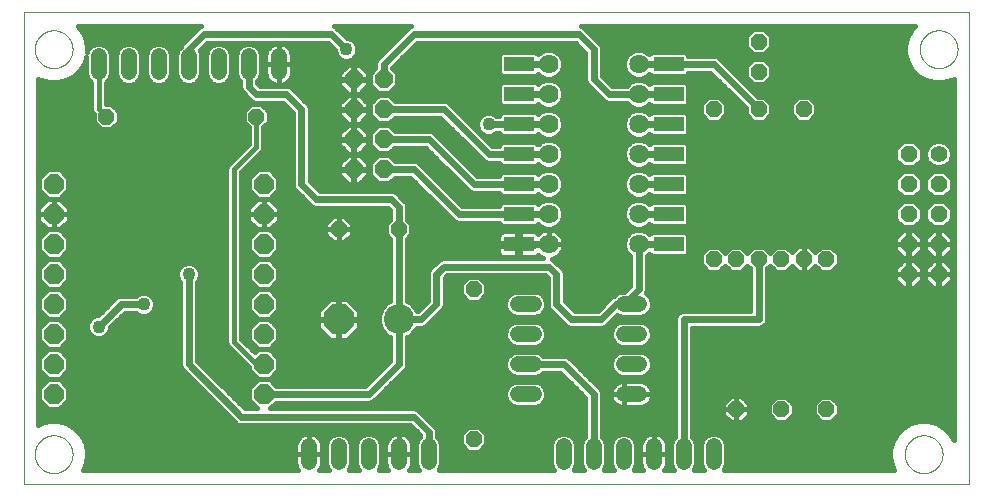
<source format=gtl>
G75*
%MOIN*%
%OFA0B0*%
%FSLAX25Y25*%
%IPPOS*%
%LPD*%
%AMOC8*
5,1,8,0,0,1.08239X$1,22.5*
%
%ADD10C,0.00000*%
%ADD11C,0.05200*%
%ADD12C,0.05600*%
%ADD13OC8,0.05600*%
%ADD14C,0.06400*%
%ADD15R,0.10000X0.05000*%
%ADD16C,0.02400*%
%ADD17OC8,0.05200*%
%ADD18OC8,0.06600*%
%ADD19OC8,0.06000*%
%ADD20C,0.10000*%
%ADD21OC8,0.10000*%
%ADD22C,0.04356*%
%ADD23C,0.01600*%
D10*
X0006800Y0011800D02*
X0006800Y0169280D01*
X0321761Y0169280D01*
X0321761Y0011800D01*
X0006800Y0011800D01*
X0010501Y0021800D02*
X0010503Y0021958D01*
X0010509Y0022116D01*
X0010519Y0022274D01*
X0010533Y0022432D01*
X0010551Y0022589D01*
X0010572Y0022746D01*
X0010598Y0022902D01*
X0010628Y0023058D01*
X0010661Y0023213D01*
X0010699Y0023366D01*
X0010740Y0023519D01*
X0010785Y0023671D01*
X0010834Y0023822D01*
X0010887Y0023971D01*
X0010943Y0024119D01*
X0011003Y0024265D01*
X0011067Y0024410D01*
X0011135Y0024553D01*
X0011206Y0024695D01*
X0011280Y0024835D01*
X0011358Y0024972D01*
X0011440Y0025108D01*
X0011524Y0025242D01*
X0011613Y0025373D01*
X0011704Y0025502D01*
X0011799Y0025629D01*
X0011896Y0025754D01*
X0011997Y0025876D01*
X0012101Y0025995D01*
X0012208Y0026112D01*
X0012318Y0026226D01*
X0012431Y0026337D01*
X0012546Y0026446D01*
X0012664Y0026551D01*
X0012785Y0026653D01*
X0012908Y0026753D01*
X0013034Y0026849D01*
X0013162Y0026942D01*
X0013292Y0027032D01*
X0013425Y0027118D01*
X0013560Y0027202D01*
X0013696Y0027281D01*
X0013835Y0027358D01*
X0013976Y0027430D01*
X0014118Y0027500D01*
X0014262Y0027565D01*
X0014408Y0027627D01*
X0014555Y0027685D01*
X0014704Y0027740D01*
X0014854Y0027791D01*
X0015005Y0027838D01*
X0015157Y0027881D01*
X0015310Y0027920D01*
X0015465Y0027956D01*
X0015620Y0027987D01*
X0015776Y0028015D01*
X0015932Y0028039D01*
X0016089Y0028059D01*
X0016247Y0028075D01*
X0016404Y0028087D01*
X0016563Y0028095D01*
X0016721Y0028099D01*
X0016879Y0028099D01*
X0017037Y0028095D01*
X0017196Y0028087D01*
X0017353Y0028075D01*
X0017511Y0028059D01*
X0017668Y0028039D01*
X0017824Y0028015D01*
X0017980Y0027987D01*
X0018135Y0027956D01*
X0018290Y0027920D01*
X0018443Y0027881D01*
X0018595Y0027838D01*
X0018746Y0027791D01*
X0018896Y0027740D01*
X0019045Y0027685D01*
X0019192Y0027627D01*
X0019338Y0027565D01*
X0019482Y0027500D01*
X0019624Y0027430D01*
X0019765Y0027358D01*
X0019904Y0027281D01*
X0020040Y0027202D01*
X0020175Y0027118D01*
X0020308Y0027032D01*
X0020438Y0026942D01*
X0020566Y0026849D01*
X0020692Y0026753D01*
X0020815Y0026653D01*
X0020936Y0026551D01*
X0021054Y0026446D01*
X0021169Y0026337D01*
X0021282Y0026226D01*
X0021392Y0026112D01*
X0021499Y0025995D01*
X0021603Y0025876D01*
X0021704Y0025754D01*
X0021801Y0025629D01*
X0021896Y0025502D01*
X0021987Y0025373D01*
X0022076Y0025242D01*
X0022160Y0025108D01*
X0022242Y0024972D01*
X0022320Y0024835D01*
X0022394Y0024695D01*
X0022465Y0024553D01*
X0022533Y0024410D01*
X0022597Y0024265D01*
X0022657Y0024119D01*
X0022713Y0023971D01*
X0022766Y0023822D01*
X0022815Y0023671D01*
X0022860Y0023519D01*
X0022901Y0023366D01*
X0022939Y0023213D01*
X0022972Y0023058D01*
X0023002Y0022902D01*
X0023028Y0022746D01*
X0023049Y0022589D01*
X0023067Y0022432D01*
X0023081Y0022274D01*
X0023091Y0022116D01*
X0023097Y0021958D01*
X0023099Y0021800D01*
X0023097Y0021642D01*
X0023091Y0021484D01*
X0023081Y0021326D01*
X0023067Y0021168D01*
X0023049Y0021011D01*
X0023028Y0020854D01*
X0023002Y0020698D01*
X0022972Y0020542D01*
X0022939Y0020387D01*
X0022901Y0020234D01*
X0022860Y0020081D01*
X0022815Y0019929D01*
X0022766Y0019778D01*
X0022713Y0019629D01*
X0022657Y0019481D01*
X0022597Y0019335D01*
X0022533Y0019190D01*
X0022465Y0019047D01*
X0022394Y0018905D01*
X0022320Y0018765D01*
X0022242Y0018628D01*
X0022160Y0018492D01*
X0022076Y0018358D01*
X0021987Y0018227D01*
X0021896Y0018098D01*
X0021801Y0017971D01*
X0021704Y0017846D01*
X0021603Y0017724D01*
X0021499Y0017605D01*
X0021392Y0017488D01*
X0021282Y0017374D01*
X0021169Y0017263D01*
X0021054Y0017154D01*
X0020936Y0017049D01*
X0020815Y0016947D01*
X0020692Y0016847D01*
X0020566Y0016751D01*
X0020438Y0016658D01*
X0020308Y0016568D01*
X0020175Y0016482D01*
X0020040Y0016398D01*
X0019904Y0016319D01*
X0019765Y0016242D01*
X0019624Y0016170D01*
X0019482Y0016100D01*
X0019338Y0016035D01*
X0019192Y0015973D01*
X0019045Y0015915D01*
X0018896Y0015860D01*
X0018746Y0015809D01*
X0018595Y0015762D01*
X0018443Y0015719D01*
X0018290Y0015680D01*
X0018135Y0015644D01*
X0017980Y0015613D01*
X0017824Y0015585D01*
X0017668Y0015561D01*
X0017511Y0015541D01*
X0017353Y0015525D01*
X0017196Y0015513D01*
X0017037Y0015505D01*
X0016879Y0015501D01*
X0016721Y0015501D01*
X0016563Y0015505D01*
X0016404Y0015513D01*
X0016247Y0015525D01*
X0016089Y0015541D01*
X0015932Y0015561D01*
X0015776Y0015585D01*
X0015620Y0015613D01*
X0015465Y0015644D01*
X0015310Y0015680D01*
X0015157Y0015719D01*
X0015005Y0015762D01*
X0014854Y0015809D01*
X0014704Y0015860D01*
X0014555Y0015915D01*
X0014408Y0015973D01*
X0014262Y0016035D01*
X0014118Y0016100D01*
X0013976Y0016170D01*
X0013835Y0016242D01*
X0013696Y0016319D01*
X0013560Y0016398D01*
X0013425Y0016482D01*
X0013292Y0016568D01*
X0013162Y0016658D01*
X0013034Y0016751D01*
X0012908Y0016847D01*
X0012785Y0016947D01*
X0012664Y0017049D01*
X0012546Y0017154D01*
X0012431Y0017263D01*
X0012318Y0017374D01*
X0012208Y0017488D01*
X0012101Y0017605D01*
X0011997Y0017724D01*
X0011896Y0017846D01*
X0011799Y0017971D01*
X0011704Y0018098D01*
X0011613Y0018227D01*
X0011524Y0018358D01*
X0011440Y0018492D01*
X0011358Y0018628D01*
X0011280Y0018765D01*
X0011206Y0018905D01*
X0011135Y0019047D01*
X0011067Y0019190D01*
X0011003Y0019335D01*
X0010943Y0019481D01*
X0010887Y0019629D01*
X0010834Y0019778D01*
X0010785Y0019929D01*
X0010740Y0020081D01*
X0010699Y0020234D01*
X0010661Y0020387D01*
X0010628Y0020542D01*
X0010598Y0020698D01*
X0010572Y0020854D01*
X0010551Y0021011D01*
X0010533Y0021168D01*
X0010519Y0021326D01*
X0010509Y0021484D01*
X0010503Y0021642D01*
X0010501Y0021800D01*
X0010501Y0156800D02*
X0010503Y0156958D01*
X0010509Y0157116D01*
X0010519Y0157274D01*
X0010533Y0157432D01*
X0010551Y0157589D01*
X0010572Y0157746D01*
X0010598Y0157902D01*
X0010628Y0158058D01*
X0010661Y0158213D01*
X0010699Y0158366D01*
X0010740Y0158519D01*
X0010785Y0158671D01*
X0010834Y0158822D01*
X0010887Y0158971D01*
X0010943Y0159119D01*
X0011003Y0159265D01*
X0011067Y0159410D01*
X0011135Y0159553D01*
X0011206Y0159695D01*
X0011280Y0159835D01*
X0011358Y0159972D01*
X0011440Y0160108D01*
X0011524Y0160242D01*
X0011613Y0160373D01*
X0011704Y0160502D01*
X0011799Y0160629D01*
X0011896Y0160754D01*
X0011997Y0160876D01*
X0012101Y0160995D01*
X0012208Y0161112D01*
X0012318Y0161226D01*
X0012431Y0161337D01*
X0012546Y0161446D01*
X0012664Y0161551D01*
X0012785Y0161653D01*
X0012908Y0161753D01*
X0013034Y0161849D01*
X0013162Y0161942D01*
X0013292Y0162032D01*
X0013425Y0162118D01*
X0013560Y0162202D01*
X0013696Y0162281D01*
X0013835Y0162358D01*
X0013976Y0162430D01*
X0014118Y0162500D01*
X0014262Y0162565D01*
X0014408Y0162627D01*
X0014555Y0162685D01*
X0014704Y0162740D01*
X0014854Y0162791D01*
X0015005Y0162838D01*
X0015157Y0162881D01*
X0015310Y0162920D01*
X0015465Y0162956D01*
X0015620Y0162987D01*
X0015776Y0163015D01*
X0015932Y0163039D01*
X0016089Y0163059D01*
X0016247Y0163075D01*
X0016404Y0163087D01*
X0016563Y0163095D01*
X0016721Y0163099D01*
X0016879Y0163099D01*
X0017037Y0163095D01*
X0017196Y0163087D01*
X0017353Y0163075D01*
X0017511Y0163059D01*
X0017668Y0163039D01*
X0017824Y0163015D01*
X0017980Y0162987D01*
X0018135Y0162956D01*
X0018290Y0162920D01*
X0018443Y0162881D01*
X0018595Y0162838D01*
X0018746Y0162791D01*
X0018896Y0162740D01*
X0019045Y0162685D01*
X0019192Y0162627D01*
X0019338Y0162565D01*
X0019482Y0162500D01*
X0019624Y0162430D01*
X0019765Y0162358D01*
X0019904Y0162281D01*
X0020040Y0162202D01*
X0020175Y0162118D01*
X0020308Y0162032D01*
X0020438Y0161942D01*
X0020566Y0161849D01*
X0020692Y0161753D01*
X0020815Y0161653D01*
X0020936Y0161551D01*
X0021054Y0161446D01*
X0021169Y0161337D01*
X0021282Y0161226D01*
X0021392Y0161112D01*
X0021499Y0160995D01*
X0021603Y0160876D01*
X0021704Y0160754D01*
X0021801Y0160629D01*
X0021896Y0160502D01*
X0021987Y0160373D01*
X0022076Y0160242D01*
X0022160Y0160108D01*
X0022242Y0159972D01*
X0022320Y0159835D01*
X0022394Y0159695D01*
X0022465Y0159553D01*
X0022533Y0159410D01*
X0022597Y0159265D01*
X0022657Y0159119D01*
X0022713Y0158971D01*
X0022766Y0158822D01*
X0022815Y0158671D01*
X0022860Y0158519D01*
X0022901Y0158366D01*
X0022939Y0158213D01*
X0022972Y0158058D01*
X0023002Y0157902D01*
X0023028Y0157746D01*
X0023049Y0157589D01*
X0023067Y0157432D01*
X0023081Y0157274D01*
X0023091Y0157116D01*
X0023097Y0156958D01*
X0023099Y0156800D01*
X0023097Y0156642D01*
X0023091Y0156484D01*
X0023081Y0156326D01*
X0023067Y0156168D01*
X0023049Y0156011D01*
X0023028Y0155854D01*
X0023002Y0155698D01*
X0022972Y0155542D01*
X0022939Y0155387D01*
X0022901Y0155234D01*
X0022860Y0155081D01*
X0022815Y0154929D01*
X0022766Y0154778D01*
X0022713Y0154629D01*
X0022657Y0154481D01*
X0022597Y0154335D01*
X0022533Y0154190D01*
X0022465Y0154047D01*
X0022394Y0153905D01*
X0022320Y0153765D01*
X0022242Y0153628D01*
X0022160Y0153492D01*
X0022076Y0153358D01*
X0021987Y0153227D01*
X0021896Y0153098D01*
X0021801Y0152971D01*
X0021704Y0152846D01*
X0021603Y0152724D01*
X0021499Y0152605D01*
X0021392Y0152488D01*
X0021282Y0152374D01*
X0021169Y0152263D01*
X0021054Y0152154D01*
X0020936Y0152049D01*
X0020815Y0151947D01*
X0020692Y0151847D01*
X0020566Y0151751D01*
X0020438Y0151658D01*
X0020308Y0151568D01*
X0020175Y0151482D01*
X0020040Y0151398D01*
X0019904Y0151319D01*
X0019765Y0151242D01*
X0019624Y0151170D01*
X0019482Y0151100D01*
X0019338Y0151035D01*
X0019192Y0150973D01*
X0019045Y0150915D01*
X0018896Y0150860D01*
X0018746Y0150809D01*
X0018595Y0150762D01*
X0018443Y0150719D01*
X0018290Y0150680D01*
X0018135Y0150644D01*
X0017980Y0150613D01*
X0017824Y0150585D01*
X0017668Y0150561D01*
X0017511Y0150541D01*
X0017353Y0150525D01*
X0017196Y0150513D01*
X0017037Y0150505D01*
X0016879Y0150501D01*
X0016721Y0150501D01*
X0016563Y0150505D01*
X0016404Y0150513D01*
X0016247Y0150525D01*
X0016089Y0150541D01*
X0015932Y0150561D01*
X0015776Y0150585D01*
X0015620Y0150613D01*
X0015465Y0150644D01*
X0015310Y0150680D01*
X0015157Y0150719D01*
X0015005Y0150762D01*
X0014854Y0150809D01*
X0014704Y0150860D01*
X0014555Y0150915D01*
X0014408Y0150973D01*
X0014262Y0151035D01*
X0014118Y0151100D01*
X0013976Y0151170D01*
X0013835Y0151242D01*
X0013696Y0151319D01*
X0013560Y0151398D01*
X0013425Y0151482D01*
X0013292Y0151568D01*
X0013162Y0151658D01*
X0013034Y0151751D01*
X0012908Y0151847D01*
X0012785Y0151947D01*
X0012664Y0152049D01*
X0012546Y0152154D01*
X0012431Y0152263D01*
X0012318Y0152374D01*
X0012208Y0152488D01*
X0012101Y0152605D01*
X0011997Y0152724D01*
X0011896Y0152846D01*
X0011799Y0152971D01*
X0011704Y0153098D01*
X0011613Y0153227D01*
X0011524Y0153358D01*
X0011440Y0153492D01*
X0011358Y0153628D01*
X0011280Y0153765D01*
X0011206Y0153905D01*
X0011135Y0154047D01*
X0011067Y0154190D01*
X0011003Y0154335D01*
X0010943Y0154481D01*
X0010887Y0154629D01*
X0010834Y0154778D01*
X0010785Y0154929D01*
X0010740Y0155081D01*
X0010699Y0155234D01*
X0010661Y0155387D01*
X0010628Y0155542D01*
X0010598Y0155698D01*
X0010572Y0155854D01*
X0010551Y0156011D01*
X0010533Y0156168D01*
X0010519Y0156326D01*
X0010509Y0156484D01*
X0010503Y0156642D01*
X0010501Y0156800D01*
X0300501Y0021800D02*
X0300503Y0021958D01*
X0300509Y0022116D01*
X0300519Y0022274D01*
X0300533Y0022432D01*
X0300551Y0022589D01*
X0300572Y0022746D01*
X0300598Y0022902D01*
X0300628Y0023058D01*
X0300661Y0023213D01*
X0300699Y0023366D01*
X0300740Y0023519D01*
X0300785Y0023671D01*
X0300834Y0023822D01*
X0300887Y0023971D01*
X0300943Y0024119D01*
X0301003Y0024265D01*
X0301067Y0024410D01*
X0301135Y0024553D01*
X0301206Y0024695D01*
X0301280Y0024835D01*
X0301358Y0024972D01*
X0301440Y0025108D01*
X0301524Y0025242D01*
X0301613Y0025373D01*
X0301704Y0025502D01*
X0301799Y0025629D01*
X0301896Y0025754D01*
X0301997Y0025876D01*
X0302101Y0025995D01*
X0302208Y0026112D01*
X0302318Y0026226D01*
X0302431Y0026337D01*
X0302546Y0026446D01*
X0302664Y0026551D01*
X0302785Y0026653D01*
X0302908Y0026753D01*
X0303034Y0026849D01*
X0303162Y0026942D01*
X0303292Y0027032D01*
X0303425Y0027118D01*
X0303560Y0027202D01*
X0303696Y0027281D01*
X0303835Y0027358D01*
X0303976Y0027430D01*
X0304118Y0027500D01*
X0304262Y0027565D01*
X0304408Y0027627D01*
X0304555Y0027685D01*
X0304704Y0027740D01*
X0304854Y0027791D01*
X0305005Y0027838D01*
X0305157Y0027881D01*
X0305310Y0027920D01*
X0305465Y0027956D01*
X0305620Y0027987D01*
X0305776Y0028015D01*
X0305932Y0028039D01*
X0306089Y0028059D01*
X0306247Y0028075D01*
X0306404Y0028087D01*
X0306563Y0028095D01*
X0306721Y0028099D01*
X0306879Y0028099D01*
X0307037Y0028095D01*
X0307196Y0028087D01*
X0307353Y0028075D01*
X0307511Y0028059D01*
X0307668Y0028039D01*
X0307824Y0028015D01*
X0307980Y0027987D01*
X0308135Y0027956D01*
X0308290Y0027920D01*
X0308443Y0027881D01*
X0308595Y0027838D01*
X0308746Y0027791D01*
X0308896Y0027740D01*
X0309045Y0027685D01*
X0309192Y0027627D01*
X0309338Y0027565D01*
X0309482Y0027500D01*
X0309624Y0027430D01*
X0309765Y0027358D01*
X0309904Y0027281D01*
X0310040Y0027202D01*
X0310175Y0027118D01*
X0310308Y0027032D01*
X0310438Y0026942D01*
X0310566Y0026849D01*
X0310692Y0026753D01*
X0310815Y0026653D01*
X0310936Y0026551D01*
X0311054Y0026446D01*
X0311169Y0026337D01*
X0311282Y0026226D01*
X0311392Y0026112D01*
X0311499Y0025995D01*
X0311603Y0025876D01*
X0311704Y0025754D01*
X0311801Y0025629D01*
X0311896Y0025502D01*
X0311987Y0025373D01*
X0312076Y0025242D01*
X0312160Y0025108D01*
X0312242Y0024972D01*
X0312320Y0024835D01*
X0312394Y0024695D01*
X0312465Y0024553D01*
X0312533Y0024410D01*
X0312597Y0024265D01*
X0312657Y0024119D01*
X0312713Y0023971D01*
X0312766Y0023822D01*
X0312815Y0023671D01*
X0312860Y0023519D01*
X0312901Y0023366D01*
X0312939Y0023213D01*
X0312972Y0023058D01*
X0313002Y0022902D01*
X0313028Y0022746D01*
X0313049Y0022589D01*
X0313067Y0022432D01*
X0313081Y0022274D01*
X0313091Y0022116D01*
X0313097Y0021958D01*
X0313099Y0021800D01*
X0313097Y0021642D01*
X0313091Y0021484D01*
X0313081Y0021326D01*
X0313067Y0021168D01*
X0313049Y0021011D01*
X0313028Y0020854D01*
X0313002Y0020698D01*
X0312972Y0020542D01*
X0312939Y0020387D01*
X0312901Y0020234D01*
X0312860Y0020081D01*
X0312815Y0019929D01*
X0312766Y0019778D01*
X0312713Y0019629D01*
X0312657Y0019481D01*
X0312597Y0019335D01*
X0312533Y0019190D01*
X0312465Y0019047D01*
X0312394Y0018905D01*
X0312320Y0018765D01*
X0312242Y0018628D01*
X0312160Y0018492D01*
X0312076Y0018358D01*
X0311987Y0018227D01*
X0311896Y0018098D01*
X0311801Y0017971D01*
X0311704Y0017846D01*
X0311603Y0017724D01*
X0311499Y0017605D01*
X0311392Y0017488D01*
X0311282Y0017374D01*
X0311169Y0017263D01*
X0311054Y0017154D01*
X0310936Y0017049D01*
X0310815Y0016947D01*
X0310692Y0016847D01*
X0310566Y0016751D01*
X0310438Y0016658D01*
X0310308Y0016568D01*
X0310175Y0016482D01*
X0310040Y0016398D01*
X0309904Y0016319D01*
X0309765Y0016242D01*
X0309624Y0016170D01*
X0309482Y0016100D01*
X0309338Y0016035D01*
X0309192Y0015973D01*
X0309045Y0015915D01*
X0308896Y0015860D01*
X0308746Y0015809D01*
X0308595Y0015762D01*
X0308443Y0015719D01*
X0308290Y0015680D01*
X0308135Y0015644D01*
X0307980Y0015613D01*
X0307824Y0015585D01*
X0307668Y0015561D01*
X0307511Y0015541D01*
X0307353Y0015525D01*
X0307196Y0015513D01*
X0307037Y0015505D01*
X0306879Y0015501D01*
X0306721Y0015501D01*
X0306563Y0015505D01*
X0306404Y0015513D01*
X0306247Y0015525D01*
X0306089Y0015541D01*
X0305932Y0015561D01*
X0305776Y0015585D01*
X0305620Y0015613D01*
X0305465Y0015644D01*
X0305310Y0015680D01*
X0305157Y0015719D01*
X0305005Y0015762D01*
X0304854Y0015809D01*
X0304704Y0015860D01*
X0304555Y0015915D01*
X0304408Y0015973D01*
X0304262Y0016035D01*
X0304118Y0016100D01*
X0303976Y0016170D01*
X0303835Y0016242D01*
X0303696Y0016319D01*
X0303560Y0016398D01*
X0303425Y0016482D01*
X0303292Y0016568D01*
X0303162Y0016658D01*
X0303034Y0016751D01*
X0302908Y0016847D01*
X0302785Y0016947D01*
X0302664Y0017049D01*
X0302546Y0017154D01*
X0302431Y0017263D01*
X0302318Y0017374D01*
X0302208Y0017488D01*
X0302101Y0017605D01*
X0301997Y0017724D01*
X0301896Y0017846D01*
X0301799Y0017971D01*
X0301704Y0018098D01*
X0301613Y0018227D01*
X0301524Y0018358D01*
X0301440Y0018492D01*
X0301358Y0018628D01*
X0301280Y0018765D01*
X0301206Y0018905D01*
X0301135Y0019047D01*
X0301067Y0019190D01*
X0301003Y0019335D01*
X0300943Y0019481D01*
X0300887Y0019629D01*
X0300834Y0019778D01*
X0300785Y0019929D01*
X0300740Y0020081D01*
X0300699Y0020234D01*
X0300661Y0020387D01*
X0300628Y0020542D01*
X0300598Y0020698D01*
X0300572Y0020854D01*
X0300551Y0021011D01*
X0300533Y0021168D01*
X0300519Y0021326D01*
X0300509Y0021484D01*
X0300503Y0021642D01*
X0300501Y0021800D01*
X0305501Y0156800D02*
X0305503Y0156958D01*
X0305509Y0157116D01*
X0305519Y0157274D01*
X0305533Y0157432D01*
X0305551Y0157589D01*
X0305572Y0157746D01*
X0305598Y0157902D01*
X0305628Y0158058D01*
X0305661Y0158213D01*
X0305699Y0158366D01*
X0305740Y0158519D01*
X0305785Y0158671D01*
X0305834Y0158822D01*
X0305887Y0158971D01*
X0305943Y0159119D01*
X0306003Y0159265D01*
X0306067Y0159410D01*
X0306135Y0159553D01*
X0306206Y0159695D01*
X0306280Y0159835D01*
X0306358Y0159972D01*
X0306440Y0160108D01*
X0306524Y0160242D01*
X0306613Y0160373D01*
X0306704Y0160502D01*
X0306799Y0160629D01*
X0306896Y0160754D01*
X0306997Y0160876D01*
X0307101Y0160995D01*
X0307208Y0161112D01*
X0307318Y0161226D01*
X0307431Y0161337D01*
X0307546Y0161446D01*
X0307664Y0161551D01*
X0307785Y0161653D01*
X0307908Y0161753D01*
X0308034Y0161849D01*
X0308162Y0161942D01*
X0308292Y0162032D01*
X0308425Y0162118D01*
X0308560Y0162202D01*
X0308696Y0162281D01*
X0308835Y0162358D01*
X0308976Y0162430D01*
X0309118Y0162500D01*
X0309262Y0162565D01*
X0309408Y0162627D01*
X0309555Y0162685D01*
X0309704Y0162740D01*
X0309854Y0162791D01*
X0310005Y0162838D01*
X0310157Y0162881D01*
X0310310Y0162920D01*
X0310465Y0162956D01*
X0310620Y0162987D01*
X0310776Y0163015D01*
X0310932Y0163039D01*
X0311089Y0163059D01*
X0311247Y0163075D01*
X0311404Y0163087D01*
X0311563Y0163095D01*
X0311721Y0163099D01*
X0311879Y0163099D01*
X0312037Y0163095D01*
X0312196Y0163087D01*
X0312353Y0163075D01*
X0312511Y0163059D01*
X0312668Y0163039D01*
X0312824Y0163015D01*
X0312980Y0162987D01*
X0313135Y0162956D01*
X0313290Y0162920D01*
X0313443Y0162881D01*
X0313595Y0162838D01*
X0313746Y0162791D01*
X0313896Y0162740D01*
X0314045Y0162685D01*
X0314192Y0162627D01*
X0314338Y0162565D01*
X0314482Y0162500D01*
X0314624Y0162430D01*
X0314765Y0162358D01*
X0314904Y0162281D01*
X0315040Y0162202D01*
X0315175Y0162118D01*
X0315308Y0162032D01*
X0315438Y0161942D01*
X0315566Y0161849D01*
X0315692Y0161753D01*
X0315815Y0161653D01*
X0315936Y0161551D01*
X0316054Y0161446D01*
X0316169Y0161337D01*
X0316282Y0161226D01*
X0316392Y0161112D01*
X0316499Y0160995D01*
X0316603Y0160876D01*
X0316704Y0160754D01*
X0316801Y0160629D01*
X0316896Y0160502D01*
X0316987Y0160373D01*
X0317076Y0160242D01*
X0317160Y0160108D01*
X0317242Y0159972D01*
X0317320Y0159835D01*
X0317394Y0159695D01*
X0317465Y0159553D01*
X0317533Y0159410D01*
X0317597Y0159265D01*
X0317657Y0159119D01*
X0317713Y0158971D01*
X0317766Y0158822D01*
X0317815Y0158671D01*
X0317860Y0158519D01*
X0317901Y0158366D01*
X0317939Y0158213D01*
X0317972Y0158058D01*
X0318002Y0157902D01*
X0318028Y0157746D01*
X0318049Y0157589D01*
X0318067Y0157432D01*
X0318081Y0157274D01*
X0318091Y0157116D01*
X0318097Y0156958D01*
X0318099Y0156800D01*
X0318097Y0156642D01*
X0318091Y0156484D01*
X0318081Y0156326D01*
X0318067Y0156168D01*
X0318049Y0156011D01*
X0318028Y0155854D01*
X0318002Y0155698D01*
X0317972Y0155542D01*
X0317939Y0155387D01*
X0317901Y0155234D01*
X0317860Y0155081D01*
X0317815Y0154929D01*
X0317766Y0154778D01*
X0317713Y0154629D01*
X0317657Y0154481D01*
X0317597Y0154335D01*
X0317533Y0154190D01*
X0317465Y0154047D01*
X0317394Y0153905D01*
X0317320Y0153765D01*
X0317242Y0153628D01*
X0317160Y0153492D01*
X0317076Y0153358D01*
X0316987Y0153227D01*
X0316896Y0153098D01*
X0316801Y0152971D01*
X0316704Y0152846D01*
X0316603Y0152724D01*
X0316499Y0152605D01*
X0316392Y0152488D01*
X0316282Y0152374D01*
X0316169Y0152263D01*
X0316054Y0152154D01*
X0315936Y0152049D01*
X0315815Y0151947D01*
X0315692Y0151847D01*
X0315566Y0151751D01*
X0315438Y0151658D01*
X0315308Y0151568D01*
X0315175Y0151482D01*
X0315040Y0151398D01*
X0314904Y0151319D01*
X0314765Y0151242D01*
X0314624Y0151170D01*
X0314482Y0151100D01*
X0314338Y0151035D01*
X0314192Y0150973D01*
X0314045Y0150915D01*
X0313896Y0150860D01*
X0313746Y0150809D01*
X0313595Y0150762D01*
X0313443Y0150719D01*
X0313290Y0150680D01*
X0313135Y0150644D01*
X0312980Y0150613D01*
X0312824Y0150585D01*
X0312668Y0150561D01*
X0312511Y0150541D01*
X0312353Y0150525D01*
X0312196Y0150513D01*
X0312037Y0150505D01*
X0311879Y0150501D01*
X0311721Y0150501D01*
X0311563Y0150505D01*
X0311404Y0150513D01*
X0311247Y0150525D01*
X0311089Y0150541D01*
X0310932Y0150561D01*
X0310776Y0150585D01*
X0310620Y0150613D01*
X0310465Y0150644D01*
X0310310Y0150680D01*
X0310157Y0150719D01*
X0310005Y0150762D01*
X0309854Y0150809D01*
X0309704Y0150860D01*
X0309555Y0150915D01*
X0309408Y0150973D01*
X0309262Y0151035D01*
X0309118Y0151100D01*
X0308976Y0151170D01*
X0308835Y0151242D01*
X0308696Y0151319D01*
X0308560Y0151398D01*
X0308425Y0151482D01*
X0308292Y0151568D01*
X0308162Y0151658D01*
X0308034Y0151751D01*
X0307908Y0151847D01*
X0307785Y0151947D01*
X0307664Y0152049D01*
X0307546Y0152154D01*
X0307431Y0152263D01*
X0307318Y0152374D01*
X0307208Y0152488D01*
X0307101Y0152605D01*
X0306997Y0152724D01*
X0306896Y0152846D01*
X0306799Y0152971D01*
X0306704Y0153098D01*
X0306613Y0153227D01*
X0306524Y0153358D01*
X0306440Y0153492D01*
X0306358Y0153628D01*
X0306280Y0153765D01*
X0306206Y0153905D01*
X0306135Y0154047D01*
X0306067Y0154190D01*
X0306003Y0154335D01*
X0305943Y0154481D01*
X0305887Y0154629D01*
X0305834Y0154778D01*
X0305785Y0154929D01*
X0305740Y0155081D01*
X0305699Y0155234D01*
X0305661Y0155387D01*
X0305628Y0155542D01*
X0305598Y0155698D01*
X0305572Y0155854D01*
X0305551Y0156011D01*
X0305533Y0156168D01*
X0305519Y0156326D01*
X0305509Y0156484D01*
X0305503Y0156642D01*
X0305501Y0156800D01*
D11*
X0212000Y0071800D02*
X0206800Y0071800D01*
X0206800Y0061800D02*
X0212000Y0061800D01*
X0212000Y0051800D02*
X0206800Y0051800D01*
X0206800Y0041800D02*
X0212000Y0041800D01*
X0216800Y0024400D02*
X0216800Y0019200D01*
X0206800Y0019200D02*
X0206800Y0024400D01*
X0196800Y0024400D02*
X0196800Y0019200D01*
X0186800Y0019200D02*
X0186800Y0024400D01*
X0176800Y0041800D02*
X0171600Y0041800D01*
X0171600Y0051800D02*
X0176800Y0051800D01*
X0176800Y0061800D02*
X0171600Y0061800D01*
X0171600Y0071800D02*
X0176800Y0071800D01*
X0141800Y0024400D02*
X0141800Y0019200D01*
X0131800Y0019200D02*
X0131800Y0024400D01*
X0121800Y0024400D02*
X0121800Y0019200D01*
X0111800Y0019200D02*
X0111800Y0024400D01*
X0101800Y0024400D02*
X0101800Y0019200D01*
X0226800Y0019200D02*
X0226800Y0024400D01*
X0236800Y0024400D02*
X0236800Y0019200D01*
X0091800Y0149200D02*
X0091800Y0154400D01*
X0081800Y0154400D02*
X0081800Y0149200D01*
X0071800Y0149200D02*
X0071800Y0154400D01*
X0061800Y0154400D02*
X0061800Y0149200D01*
X0051800Y0149200D02*
X0051800Y0154400D01*
X0041800Y0154400D02*
X0041800Y0149200D01*
X0031800Y0149200D02*
X0031800Y0154400D01*
D12*
X0311800Y0121800D03*
D13*
X0301800Y0121800D03*
X0301800Y0111800D03*
X0311800Y0111800D03*
X0311800Y0101800D03*
X0301800Y0101800D03*
X0301800Y0091800D03*
X0311800Y0091800D03*
X0311800Y0081800D03*
X0301800Y0081800D03*
D14*
X0211800Y0091800D03*
X0211800Y0101800D03*
X0211800Y0111800D03*
X0211800Y0121800D03*
X0211800Y0131800D03*
X0211800Y0141800D03*
X0211800Y0151800D03*
X0181800Y0151800D03*
X0181800Y0141800D03*
X0181800Y0131800D03*
X0181800Y0121800D03*
X0181800Y0111800D03*
X0181800Y0101800D03*
X0181800Y0091800D03*
D15*
X0171800Y0091800D03*
X0171800Y0101800D03*
X0171800Y0111800D03*
X0171800Y0121800D03*
X0171800Y0131800D03*
X0171800Y0141800D03*
X0171800Y0151800D03*
X0221800Y0151800D03*
X0221800Y0141800D03*
X0221800Y0131800D03*
X0221800Y0121800D03*
X0221800Y0111800D03*
X0221800Y0101800D03*
X0221800Y0091800D03*
D16*
X0211800Y0091800D01*
X0211800Y0076800D01*
X0206800Y0071800D01*
X0204300Y0071800D01*
X0199300Y0066800D01*
X0189300Y0066800D01*
X0184300Y0071800D01*
X0184300Y0081800D01*
X0181800Y0084300D01*
X0146800Y0084300D01*
X0144300Y0081800D01*
X0144300Y0071800D01*
X0139300Y0066800D01*
X0131800Y0066800D01*
X0131800Y0051800D01*
X0121800Y0041800D01*
X0086800Y0041800D01*
X0079300Y0034300D02*
X0136800Y0034300D01*
X0141800Y0029300D01*
X0141800Y0021800D01*
X0186800Y0051800D02*
X0196800Y0041800D01*
X0196800Y0021800D01*
X0226800Y0021800D02*
X0226800Y0066800D01*
X0251800Y0066800D01*
X0251800Y0086800D01*
X0221800Y0101800D02*
X0211800Y0101800D01*
X0211800Y0111800D02*
X0221800Y0111800D01*
X0221800Y0121800D02*
X0211800Y0121800D01*
X0211800Y0131800D02*
X0221800Y0131800D01*
X0221800Y0141800D02*
X0211800Y0141800D01*
X0201800Y0141800D01*
X0196800Y0146800D01*
X0196800Y0156800D01*
X0191800Y0161800D01*
X0136800Y0161800D01*
X0126800Y0151800D01*
X0126800Y0146800D01*
X0114300Y0156800D02*
X0109300Y0161800D01*
X0066800Y0161800D01*
X0061800Y0156800D01*
X0061800Y0151800D01*
X0081800Y0151800D02*
X0081800Y0144300D01*
X0084300Y0141800D01*
X0094300Y0141800D01*
X0099300Y0136800D01*
X0099300Y0111800D01*
X0104300Y0106800D01*
X0129300Y0106800D01*
X0131800Y0104300D01*
X0131800Y0096800D01*
X0131800Y0066800D01*
X0176800Y0051800D02*
X0186800Y0051800D01*
X0181800Y0091800D02*
X0171800Y0091800D01*
X0171800Y0101800D02*
X0181800Y0101800D01*
X0151800Y0101800D01*
X0136800Y0116800D01*
X0126800Y0116800D01*
X0126800Y0126800D02*
X0141800Y0126800D01*
X0156800Y0111800D01*
X0181800Y0111800D01*
X0171800Y0111800D01*
X0171800Y0121800D02*
X0181800Y0121800D01*
X0161800Y0121800D01*
X0146800Y0136800D01*
X0126800Y0136800D01*
X0161800Y0131800D02*
X0171800Y0131800D01*
X0181800Y0131800D01*
X0181800Y0141800D02*
X0171800Y0141800D01*
X0171800Y0151800D02*
X0181800Y0151800D01*
X0211800Y0151800D02*
X0221800Y0151800D01*
X0236800Y0151800D01*
X0251800Y0136800D01*
X0061800Y0081800D02*
X0061800Y0051800D01*
X0079300Y0034300D01*
X0039300Y0071800D02*
X0031800Y0064300D01*
X0039300Y0071800D02*
X0046800Y0071800D01*
D17*
X0111800Y0096800D03*
X0131800Y0096800D03*
X0156800Y0076800D03*
X0236800Y0086800D03*
X0244300Y0086800D03*
X0251800Y0086800D03*
X0259300Y0086800D03*
X0266800Y0086800D03*
X0274300Y0086800D03*
X0274300Y0036800D03*
X0259300Y0036800D03*
X0244300Y0036800D03*
X0156800Y0026800D03*
X0084300Y0134300D03*
X0034300Y0134300D03*
X0236800Y0136800D03*
X0251800Y0136800D03*
X0266800Y0136800D03*
X0251800Y0149300D03*
X0251800Y0159300D03*
D18*
X0086800Y0111800D03*
X0086800Y0101800D03*
X0086800Y0091800D03*
X0086800Y0081800D03*
X0086800Y0071800D03*
X0086800Y0061800D03*
X0086800Y0051800D03*
X0086800Y0041800D03*
X0016800Y0041800D03*
X0016800Y0051800D03*
X0016800Y0061800D03*
X0016800Y0071800D03*
X0016800Y0081800D03*
X0016800Y0091800D03*
X0016800Y0101800D03*
X0016800Y0111800D03*
D19*
X0116800Y0116800D03*
X0126800Y0116800D03*
X0126800Y0126800D03*
X0116800Y0126800D03*
X0116800Y0136800D03*
X0126800Y0136800D03*
X0126800Y0146800D03*
X0116800Y0146800D03*
D20*
X0131800Y0066800D03*
D21*
X0111800Y0066800D03*
D22*
X0061800Y0081800D03*
X0046800Y0071800D03*
X0031800Y0064300D03*
X0161800Y0131800D03*
X0114300Y0156800D03*
D23*
X0116910Y0154068D02*
X0125108Y0154068D01*
X0124426Y0153386D02*
X0124000Y0152357D01*
X0124000Y0150505D01*
X0122200Y0148705D01*
X0122200Y0144895D01*
X0124895Y0142200D01*
X0128705Y0142200D01*
X0131400Y0144895D01*
X0131400Y0148705D01*
X0129600Y0150505D01*
X0129600Y0150640D01*
X0137960Y0159000D01*
X0190640Y0159000D01*
X0194000Y0155640D01*
X0194000Y0146243D01*
X0194426Y0145214D01*
X0199426Y0140214D01*
X0200214Y0139426D01*
X0201243Y0139000D01*
X0207812Y0139000D01*
X0209081Y0137731D01*
X0210845Y0137000D01*
X0212755Y0137000D01*
X0214519Y0137731D01*
X0215313Y0138525D01*
X0216137Y0137700D01*
X0227463Y0137700D01*
X0228400Y0138637D01*
X0228400Y0144963D01*
X0227463Y0145900D01*
X0216137Y0145900D01*
X0215313Y0145075D01*
X0214519Y0145869D01*
X0212755Y0146600D01*
X0210845Y0146600D01*
X0209081Y0145869D01*
X0207812Y0144600D01*
X0202960Y0144600D01*
X0199600Y0147960D01*
X0199600Y0157357D01*
X0199174Y0158386D01*
X0198386Y0159174D01*
X0193386Y0164174D01*
X0192646Y0164480D01*
X0303784Y0164480D01*
X0302918Y0163615D01*
X0301457Y0161084D01*
X0300701Y0158261D01*
X0300701Y0155339D01*
X0301457Y0152516D01*
X0302918Y0149985D01*
X0304985Y0147918D01*
X0307516Y0146457D01*
X0310339Y0145701D01*
X0313261Y0145701D01*
X0316084Y0146457D01*
X0316961Y0146963D01*
X0316961Y0026400D01*
X0315682Y0028615D01*
X0313615Y0030682D01*
X0311084Y0032143D01*
X0308261Y0032899D01*
X0305339Y0032899D01*
X0302516Y0032143D01*
X0299985Y0030682D01*
X0297918Y0028615D01*
X0296457Y0026084D01*
X0295701Y0023261D01*
X0295701Y0020339D01*
X0296457Y0017516D01*
X0296986Y0016600D01*
X0240140Y0016600D01*
X0240361Y0016821D01*
X0241000Y0018365D01*
X0241000Y0025235D01*
X0240361Y0026779D01*
X0239179Y0027961D01*
X0237635Y0028600D01*
X0235965Y0028600D01*
X0234421Y0027961D01*
X0233239Y0026779D01*
X0232600Y0025235D01*
X0232600Y0018365D01*
X0233239Y0016821D01*
X0233460Y0016600D01*
X0230140Y0016600D01*
X0230361Y0016821D01*
X0231000Y0018365D01*
X0231000Y0025235D01*
X0230361Y0026779D01*
X0229600Y0027540D01*
X0229600Y0064000D01*
X0252357Y0064000D01*
X0253386Y0064426D01*
X0254174Y0065214D01*
X0254600Y0066243D01*
X0254600Y0083660D01*
X0255550Y0084610D01*
X0257560Y0082600D01*
X0261040Y0082600D01*
X0262909Y0084469D01*
X0264977Y0082400D01*
X0266800Y0082400D01*
X0268623Y0082400D01*
X0270691Y0084469D01*
X0272560Y0082600D01*
X0276040Y0082600D01*
X0278500Y0085060D01*
X0278500Y0088540D01*
X0276040Y0091000D01*
X0272560Y0091000D01*
X0270691Y0089131D01*
X0268623Y0091200D01*
X0266800Y0091200D01*
X0266800Y0086800D01*
X0266800Y0086800D01*
X0266800Y0091200D01*
X0264977Y0091200D01*
X0262909Y0089131D01*
X0261040Y0091000D01*
X0257560Y0091000D01*
X0255550Y0088990D01*
X0253540Y0091000D01*
X0250060Y0091000D01*
X0248050Y0088990D01*
X0246040Y0091000D01*
X0242560Y0091000D01*
X0240550Y0088990D01*
X0238540Y0091000D01*
X0235060Y0091000D01*
X0232600Y0088540D01*
X0232600Y0085060D01*
X0235060Y0082600D01*
X0238540Y0082600D01*
X0240550Y0084610D01*
X0242560Y0082600D01*
X0246040Y0082600D01*
X0248050Y0084610D01*
X0249000Y0083660D01*
X0249000Y0069600D01*
X0226243Y0069600D01*
X0225214Y0069174D01*
X0224426Y0068386D01*
X0224000Y0067357D01*
X0224000Y0027540D01*
X0223239Y0026779D01*
X0222600Y0025235D01*
X0222600Y0018365D01*
X0223239Y0016821D01*
X0223460Y0016600D01*
X0220350Y0016600D01*
X0220563Y0016894D01*
X0220878Y0017511D01*
X0221092Y0018170D01*
X0221200Y0018854D01*
X0221200Y0021800D01*
X0221200Y0024746D01*
X0221092Y0025430D01*
X0220878Y0026089D01*
X0220563Y0026706D01*
X0220156Y0027266D01*
X0219666Y0027756D01*
X0219106Y0028163D01*
X0218489Y0028478D01*
X0217830Y0028692D01*
X0217146Y0028800D01*
X0216800Y0028800D01*
X0216800Y0021800D01*
X0216800Y0021800D01*
X0221200Y0021800D01*
X0216800Y0021800D01*
X0216800Y0021800D01*
X0216800Y0021800D01*
X0212400Y0021800D01*
X0212400Y0024746D01*
X0212508Y0025430D01*
X0212722Y0026089D01*
X0213037Y0026706D01*
X0213444Y0027266D01*
X0213934Y0027756D01*
X0214494Y0028163D01*
X0215111Y0028478D01*
X0215770Y0028692D01*
X0216454Y0028800D01*
X0216800Y0028800D01*
X0216800Y0021800D01*
X0212400Y0021800D01*
X0212400Y0018854D01*
X0212508Y0018170D01*
X0212722Y0017511D01*
X0213037Y0016894D01*
X0213250Y0016600D01*
X0210140Y0016600D01*
X0210361Y0016821D01*
X0211000Y0018365D01*
X0211000Y0025235D01*
X0210361Y0026779D01*
X0209179Y0027961D01*
X0207635Y0028600D01*
X0205965Y0028600D01*
X0204421Y0027961D01*
X0203239Y0026779D01*
X0202600Y0025235D01*
X0202600Y0018365D01*
X0203239Y0016821D01*
X0203460Y0016600D01*
X0200140Y0016600D01*
X0200361Y0016821D01*
X0201000Y0018365D01*
X0201000Y0025235D01*
X0200361Y0026779D01*
X0199600Y0027540D01*
X0199600Y0042357D01*
X0199174Y0043386D01*
X0189174Y0053386D01*
X0188386Y0054174D01*
X0187357Y0054600D01*
X0179940Y0054600D01*
X0179179Y0055361D01*
X0177635Y0056000D01*
X0170765Y0056000D01*
X0169221Y0055361D01*
X0168039Y0054179D01*
X0167400Y0052635D01*
X0167400Y0050965D01*
X0168039Y0049421D01*
X0169221Y0048239D01*
X0170765Y0047600D01*
X0177635Y0047600D01*
X0179179Y0048239D01*
X0179940Y0049000D01*
X0185640Y0049000D01*
X0194000Y0040640D01*
X0194000Y0027540D01*
X0193239Y0026779D01*
X0192600Y0025235D01*
X0192600Y0018365D01*
X0193239Y0016821D01*
X0193460Y0016600D01*
X0190140Y0016600D01*
X0190361Y0016821D01*
X0191000Y0018365D01*
X0191000Y0025235D01*
X0190361Y0026779D01*
X0189179Y0027961D01*
X0187635Y0028600D01*
X0185965Y0028600D01*
X0184421Y0027961D01*
X0183239Y0026779D01*
X0182600Y0025235D01*
X0182600Y0018365D01*
X0183239Y0016821D01*
X0183460Y0016600D01*
X0145140Y0016600D01*
X0145361Y0016821D01*
X0146000Y0018365D01*
X0146000Y0025235D01*
X0145361Y0026779D01*
X0144600Y0027540D01*
X0144600Y0029857D01*
X0144174Y0030886D01*
X0143386Y0031674D01*
X0138386Y0036674D01*
X0137357Y0037100D01*
X0089030Y0037100D01*
X0090930Y0039000D01*
X0122357Y0039000D01*
X0123386Y0039426D01*
X0124174Y0040214D01*
X0134174Y0050214D01*
X0134600Y0051243D01*
X0134600Y0060816D01*
X0135539Y0061205D01*
X0137395Y0063061D01*
X0137784Y0064000D01*
X0139857Y0064000D01*
X0140886Y0064426D01*
X0141674Y0065214D01*
X0146674Y0070214D01*
X0147100Y0071243D01*
X0147100Y0080640D01*
X0147960Y0081500D01*
X0180640Y0081500D01*
X0181500Y0080640D01*
X0181500Y0071243D01*
X0181926Y0070214D01*
X0187714Y0064426D01*
X0188743Y0064000D01*
X0199857Y0064000D01*
X0200886Y0064426D01*
X0204618Y0068158D01*
X0205965Y0067600D01*
X0212835Y0067600D01*
X0214379Y0068239D01*
X0215561Y0069421D01*
X0216200Y0070965D01*
X0216200Y0072635D01*
X0215561Y0074179D01*
X0214379Y0075361D01*
X0214256Y0075412D01*
X0214600Y0076243D01*
X0214600Y0087812D01*
X0215313Y0088525D01*
X0216137Y0087700D01*
X0227463Y0087700D01*
X0228400Y0088637D01*
X0228400Y0094963D01*
X0227463Y0095900D01*
X0216137Y0095900D01*
X0215313Y0095075D01*
X0214519Y0095869D01*
X0212755Y0096600D01*
X0210845Y0096600D01*
X0209081Y0095869D01*
X0207731Y0094519D01*
X0207000Y0092755D01*
X0207000Y0090845D01*
X0207731Y0089081D01*
X0209000Y0087812D01*
X0209000Y0077960D01*
X0207040Y0076000D01*
X0205965Y0076000D01*
X0204421Y0075361D01*
X0203602Y0074541D01*
X0202714Y0074174D01*
X0201926Y0073386D01*
X0198140Y0069600D01*
X0190460Y0069600D01*
X0187100Y0072960D01*
X0187100Y0082357D01*
X0186674Y0083386D01*
X0185886Y0084174D01*
X0183386Y0086674D01*
X0182836Y0086902D01*
X0182971Y0086923D01*
X0183719Y0087166D01*
X0184421Y0087524D01*
X0185057Y0087986D01*
X0185614Y0088543D01*
X0186076Y0089179D01*
X0186434Y0089881D01*
X0186677Y0090629D01*
X0186800Y0091406D01*
X0186800Y0091800D01*
X0186800Y0092194D01*
X0186677Y0092971D01*
X0186434Y0093719D01*
X0186076Y0094421D01*
X0185614Y0095057D01*
X0185057Y0095614D01*
X0184421Y0096076D01*
X0183719Y0096434D01*
X0182971Y0096677D01*
X0182194Y0096800D01*
X0181800Y0096800D01*
X0181800Y0091800D01*
X0181800Y0091800D01*
X0186800Y0091800D01*
X0181800Y0091800D01*
X0181800Y0091800D01*
X0181800Y0096800D01*
X0181406Y0096800D01*
X0180629Y0096677D01*
X0179881Y0096434D01*
X0179179Y0096076D01*
X0178543Y0095614D01*
X0178275Y0095346D01*
X0178240Y0095405D01*
X0177905Y0095740D01*
X0177495Y0095977D01*
X0177037Y0096100D01*
X0172250Y0096100D01*
X0172250Y0092250D01*
X0171350Y0092250D01*
X0171350Y0096100D01*
X0166563Y0096100D01*
X0166105Y0095977D01*
X0165695Y0095740D01*
X0165360Y0095405D01*
X0165123Y0094995D01*
X0165000Y0094537D01*
X0165000Y0092250D01*
X0171350Y0092250D01*
X0171350Y0091350D01*
X0172250Y0091350D01*
X0172250Y0092250D01*
X0176809Y0092250D01*
X0176800Y0092194D01*
X0176800Y0091800D01*
X0181800Y0091800D01*
X0181800Y0091800D01*
X0176800Y0091800D01*
X0176800Y0091406D01*
X0176809Y0091350D01*
X0172250Y0091350D01*
X0172250Y0087500D01*
X0177037Y0087500D01*
X0177495Y0087623D01*
X0177905Y0087860D01*
X0178240Y0088195D01*
X0178275Y0088254D01*
X0178543Y0087986D01*
X0179179Y0087524D01*
X0179881Y0087166D01*
X0180085Y0087100D01*
X0146243Y0087100D01*
X0145214Y0086674D01*
X0144426Y0085886D01*
X0142714Y0084174D01*
X0141926Y0083386D01*
X0141500Y0082357D01*
X0141500Y0072960D01*
X0138140Y0069600D01*
X0137784Y0069600D01*
X0137395Y0070539D01*
X0135539Y0072395D01*
X0134600Y0072784D01*
X0134600Y0093660D01*
X0136000Y0095060D01*
X0136000Y0098540D01*
X0134600Y0099940D01*
X0134600Y0104857D01*
X0134174Y0105886D01*
X0133386Y0106674D01*
X0130886Y0109174D01*
X0129857Y0109600D01*
X0105460Y0109600D01*
X0102100Y0112960D01*
X0102100Y0137357D01*
X0101674Y0138386D01*
X0100886Y0139174D01*
X0095886Y0144174D01*
X0094857Y0144600D01*
X0085460Y0144600D01*
X0084600Y0145460D01*
X0084600Y0146060D01*
X0085361Y0146821D01*
X0086000Y0148365D01*
X0086000Y0155235D01*
X0085361Y0156779D01*
X0084179Y0157961D01*
X0082635Y0158600D01*
X0080965Y0158600D01*
X0079421Y0157961D01*
X0078239Y0156779D01*
X0077600Y0155235D01*
X0077600Y0148365D01*
X0078239Y0146821D01*
X0079000Y0146060D01*
X0079000Y0143743D01*
X0079426Y0142714D01*
X0081926Y0140214D01*
X0082714Y0139426D01*
X0083743Y0139000D01*
X0093140Y0139000D01*
X0096500Y0135640D01*
X0096500Y0111243D01*
X0096926Y0110214D01*
X0101926Y0105214D01*
X0102714Y0104426D01*
X0103743Y0104000D01*
X0128140Y0104000D01*
X0129000Y0103140D01*
X0129000Y0099940D01*
X0127600Y0098540D01*
X0127600Y0095060D01*
X0129000Y0093660D01*
X0129000Y0072784D01*
X0128061Y0072395D01*
X0126205Y0070539D01*
X0125200Y0068113D01*
X0125200Y0065487D01*
X0126205Y0063061D01*
X0128061Y0061205D01*
X0129000Y0060816D01*
X0129000Y0052960D01*
X0120640Y0044600D01*
X0090930Y0044600D01*
X0088830Y0046700D01*
X0084770Y0046700D01*
X0081900Y0043830D01*
X0081900Y0039770D01*
X0084570Y0037100D01*
X0080460Y0037100D01*
X0064600Y0052960D01*
X0064600Y0079257D01*
X0065003Y0079660D01*
X0065578Y0081049D01*
X0065578Y0082551D01*
X0065003Y0083940D01*
X0063940Y0085003D01*
X0062551Y0085578D01*
X0061049Y0085578D01*
X0059660Y0085003D01*
X0058597Y0083940D01*
X0058022Y0082551D01*
X0058022Y0081049D01*
X0058597Y0079660D01*
X0059000Y0079257D01*
X0059000Y0051243D01*
X0059426Y0050214D01*
X0060214Y0049426D01*
X0076926Y0032714D01*
X0077714Y0031926D01*
X0078743Y0031500D01*
X0135640Y0031500D01*
X0139000Y0028140D01*
X0139000Y0027540D01*
X0138239Y0026779D01*
X0137600Y0025235D01*
X0137600Y0018365D01*
X0138239Y0016821D01*
X0138460Y0016600D01*
X0135350Y0016600D01*
X0135563Y0016894D01*
X0135878Y0017511D01*
X0136092Y0018170D01*
X0136200Y0018854D01*
X0136200Y0021800D01*
X0136200Y0024746D01*
X0136092Y0025430D01*
X0135878Y0026089D01*
X0135563Y0026706D01*
X0135156Y0027266D01*
X0134666Y0027756D01*
X0134106Y0028163D01*
X0133489Y0028478D01*
X0132830Y0028692D01*
X0132146Y0028800D01*
X0131800Y0028800D01*
X0131800Y0021800D01*
X0131800Y0021800D01*
X0136200Y0021800D01*
X0131800Y0021800D01*
X0131800Y0021800D01*
X0131800Y0021800D01*
X0127400Y0021800D01*
X0127400Y0024746D01*
X0127508Y0025430D01*
X0127722Y0026089D01*
X0128037Y0026706D01*
X0128444Y0027266D01*
X0128934Y0027756D01*
X0129494Y0028163D01*
X0130111Y0028478D01*
X0130770Y0028692D01*
X0131454Y0028800D01*
X0131800Y0028800D01*
X0131800Y0021800D01*
X0127400Y0021800D01*
X0127400Y0018854D01*
X0127508Y0018170D01*
X0127722Y0017511D01*
X0128037Y0016894D01*
X0128250Y0016600D01*
X0125140Y0016600D01*
X0125361Y0016821D01*
X0126000Y0018365D01*
X0126000Y0025235D01*
X0125361Y0026779D01*
X0124179Y0027961D01*
X0122635Y0028600D01*
X0120965Y0028600D01*
X0119421Y0027961D01*
X0118239Y0026779D01*
X0117600Y0025235D01*
X0117600Y0018365D01*
X0118239Y0016821D01*
X0118460Y0016600D01*
X0115140Y0016600D01*
X0115361Y0016821D01*
X0116000Y0018365D01*
X0116000Y0025235D01*
X0115361Y0026779D01*
X0114179Y0027961D01*
X0112635Y0028600D01*
X0110965Y0028600D01*
X0109421Y0027961D01*
X0108239Y0026779D01*
X0107600Y0025235D01*
X0107600Y0018365D01*
X0108239Y0016821D01*
X0108460Y0016600D01*
X0105350Y0016600D01*
X0105563Y0016894D01*
X0105878Y0017511D01*
X0106092Y0018170D01*
X0106200Y0018854D01*
X0106200Y0021800D01*
X0106200Y0024746D01*
X0106092Y0025430D01*
X0105878Y0026089D01*
X0105563Y0026706D01*
X0105156Y0027266D01*
X0104666Y0027756D01*
X0104106Y0028163D01*
X0103489Y0028478D01*
X0102830Y0028692D01*
X0102146Y0028800D01*
X0101800Y0028800D01*
X0101800Y0021800D01*
X0101800Y0021800D01*
X0106200Y0021800D01*
X0101800Y0021800D01*
X0101800Y0021800D01*
X0101800Y0021800D01*
X0097400Y0021800D01*
X0097400Y0024746D01*
X0097508Y0025430D01*
X0097722Y0026089D01*
X0098037Y0026706D01*
X0098444Y0027266D01*
X0098934Y0027756D01*
X0099494Y0028163D01*
X0100111Y0028478D01*
X0100770Y0028692D01*
X0101454Y0028800D01*
X0101800Y0028800D01*
X0101800Y0021800D01*
X0097400Y0021800D01*
X0097400Y0018854D01*
X0097508Y0018170D01*
X0097722Y0017511D01*
X0098037Y0016894D01*
X0098250Y0016600D01*
X0026614Y0016600D01*
X0027143Y0017516D01*
X0027899Y0020339D01*
X0027899Y0023261D01*
X0027143Y0026084D01*
X0025682Y0028615D01*
X0023615Y0030682D01*
X0021084Y0032143D01*
X0018261Y0032899D01*
X0015339Y0032899D01*
X0012516Y0032143D01*
X0011600Y0031614D01*
X0011600Y0146986D01*
X0012516Y0146457D01*
X0015339Y0145701D01*
X0018261Y0145701D01*
X0021084Y0146457D01*
X0023615Y0147918D01*
X0025682Y0149985D01*
X0027143Y0152516D01*
X0027600Y0154222D01*
X0027600Y0148365D01*
X0028239Y0146821D01*
X0029400Y0145660D01*
X0029400Y0136323D01*
X0029765Y0135441D01*
X0030100Y0135106D01*
X0030100Y0132560D01*
X0032560Y0130100D01*
X0036040Y0130100D01*
X0038500Y0132560D01*
X0038500Y0136040D01*
X0036040Y0138500D01*
X0034200Y0138500D01*
X0034200Y0145660D01*
X0035361Y0146821D01*
X0036000Y0148365D01*
X0036000Y0155235D01*
X0035361Y0156779D01*
X0034179Y0157961D01*
X0032635Y0158600D01*
X0030965Y0158600D01*
X0029421Y0157961D01*
X0028239Y0156779D01*
X0027899Y0155958D01*
X0027899Y0158261D01*
X0027143Y0161084D01*
X0025682Y0163615D01*
X0024816Y0164480D01*
X0065954Y0164480D01*
X0065214Y0164174D01*
X0060214Y0159174D01*
X0059426Y0158386D01*
X0059129Y0157669D01*
X0058239Y0156779D01*
X0057600Y0155235D01*
X0057600Y0148365D01*
X0058239Y0146821D01*
X0059421Y0145639D01*
X0060965Y0145000D01*
X0062635Y0145000D01*
X0064179Y0145639D01*
X0065361Y0146821D01*
X0066000Y0148365D01*
X0066000Y0155235D01*
X0065471Y0156512D01*
X0067960Y0159000D01*
X0108140Y0159000D01*
X0110522Y0156618D01*
X0110522Y0156049D01*
X0111097Y0154660D01*
X0112160Y0153597D01*
X0113549Y0153022D01*
X0115051Y0153022D01*
X0116440Y0153597D01*
X0117503Y0154660D01*
X0118078Y0156049D01*
X0118078Y0157551D01*
X0117503Y0158940D01*
X0116440Y0160003D01*
X0115051Y0160578D01*
X0114482Y0160578D01*
X0111674Y0163386D01*
X0110886Y0164174D01*
X0110146Y0164480D01*
X0135954Y0164480D01*
X0135214Y0164174D01*
X0134426Y0163386D01*
X0124426Y0153386D01*
X0124046Y0152469D02*
X0096200Y0152469D01*
X0096200Y0151800D02*
X0096200Y0154746D01*
X0096092Y0155430D01*
X0095878Y0156089D01*
X0095563Y0156706D01*
X0095156Y0157266D01*
X0094666Y0157756D01*
X0094106Y0158163D01*
X0093489Y0158478D01*
X0092830Y0158692D01*
X0092146Y0158800D01*
X0091800Y0158800D01*
X0091800Y0151800D01*
X0096200Y0151800D01*
X0091800Y0151800D01*
X0091800Y0151800D01*
X0091800Y0151800D01*
X0091800Y0144800D01*
X0092146Y0144800D01*
X0092830Y0144908D01*
X0093489Y0145122D01*
X0094106Y0145437D01*
X0094666Y0145844D01*
X0095156Y0146334D01*
X0095563Y0146894D01*
X0095878Y0147511D01*
X0096092Y0148170D01*
X0096200Y0148854D01*
X0096200Y0151800D01*
X0096200Y0150870D02*
X0114082Y0150870D01*
X0114812Y0151600D02*
X0112000Y0148788D01*
X0112000Y0147000D01*
X0116600Y0147000D01*
X0116600Y0151600D01*
X0114812Y0151600D01*
X0116600Y0150870D02*
X0117000Y0150870D01*
X0117000Y0151600D02*
X0117000Y0147000D01*
X0116600Y0147000D01*
X0116600Y0146600D01*
X0112000Y0146600D01*
X0112000Y0144812D01*
X0114812Y0142000D01*
X0116600Y0142000D01*
X0116600Y0146600D01*
X0117000Y0146600D01*
X0117000Y0147000D01*
X0121600Y0147000D01*
X0121600Y0148788D01*
X0118788Y0151600D01*
X0117000Y0151600D01*
X0117000Y0149272D02*
X0116600Y0149272D01*
X0116600Y0147673D02*
X0117000Y0147673D01*
X0117000Y0146600D02*
X0121600Y0146600D01*
X0121600Y0144812D01*
X0118788Y0142000D01*
X0117000Y0142000D01*
X0117000Y0146600D01*
X0117000Y0146075D02*
X0116600Y0146075D01*
X0116600Y0144476D02*
X0117000Y0144476D01*
X0117000Y0142878D02*
X0116600Y0142878D01*
X0116600Y0141600D02*
X0114812Y0141600D01*
X0112000Y0138788D01*
X0112000Y0137000D01*
X0116600Y0137000D01*
X0116600Y0141600D01*
X0116600Y0141279D02*
X0117000Y0141279D01*
X0117000Y0141600D02*
X0117000Y0137000D01*
X0116600Y0137000D01*
X0116600Y0136600D01*
X0112000Y0136600D01*
X0112000Y0134812D01*
X0114812Y0132000D01*
X0116600Y0132000D01*
X0116600Y0136600D01*
X0117000Y0136600D01*
X0117000Y0137000D01*
X0121600Y0137000D01*
X0121600Y0138788D01*
X0118788Y0141600D01*
X0117000Y0141600D01*
X0117000Y0139681D02*
X0116600Y0139681D01*
X0116600Y0138082D02*
X0117000Y0138082D01*
X0117000Y0136600D02*
X0121600Y0136600D01*
X0121600Y0134812D01*
X0118788Y0132000D01*
X0117000Y0132000D01*
X0117000Y0136600D01*
X0117000Y0136484D02*
X0116600Y0136484D01*
X0116600Y0134885D02*
X0117000Y0134885D01*
X0117000Y0133287D02*
X0116600Y0133287D01*
X0116600Y0131600D02*
X0114812Y0131600D01*
X0112000Y0128788D01*
X0112000Y0127000D01*
X0116600Y0127000D01*
X0116600Y0131600D01*
X0117000Y0131600D02*
X0117000Y0127000D01*
X0116600Y0127000D01*
X0116600Y0126600D01*
X0112000Y0126600D01*
X0112000Y0124812D01*
X0114812Y0122000D01*
X0116600Y0122000D01*
X0116600Y0126600D01*
X0117000Y0126600D01*
X0117000Y0127000D01*
X0121600Y0127000D01*
X0121600Y0128788D01*
X0118788Y0131600D01*
X0117000Y0131600D01*
X0117000Y0130090D02*
X0116600Y0130090D01*
X0116600Y0128491D02*
X0117000Y0128491D01*
X0117000Y0126893D02*
X0122200Y0126893D01*
X0121600Y0126600D02*
X0117000Y0126600D01*
X0117000Y0122000D01*
X0118788Y0122000D01*
X0121600Y0124812D01*
X0121600Y0126600D01*
X0121600Y0125294D02*
X0122200Y0125294D01*
X0122200Y0124895D02*
X0124895Y0122200D01*
X0128705Y0122200D01*
X0130505Y0124000D01*
X0140640Y0124000D01*
X0154426Y0110214D01*
X0155214Y0109426D01*
X0156243Y0109000D01*
X0165200Y0109000D01*
X0165200Y0108637D01*
X0166137Y0107700D01*
X0177463Y0107700D01*
X0178287Y0108525D01*
X0179081Y0107731D01*
X0180845Y0107000D01*
X0182755Y0107000D01*
X0184519Y0107731D01*
X0185869Y0109081D01*
X0186600Y0110845D01*
X0186600Y0112755D01*
X0185869Y0114519D01*
X0184519Y0115869D01*
X0182755Y0116600D01*
X0180845Y0116600D01*
X0179081Y0115869D01*
X0178287Y0115075D01*
X0177463Y0115900D01*
X0166137Y0115900D01*
X0165200Y0114963D01*
X0165200Y0114600D01*
X0157960Y0114600D01*
X0143386Y0129174D01*
X0142357Y0129600D01*
X0130505Y0129600D01*
X0128705Y0131400D01*
X0124895Y0131400D01*
X0122200Y0128705D01*
X0122200Y0124895D01*
X0123399Y0123696D02*
X0120484Y0123696D01*
X0118885Y0122097D02*
X0142543Y0122097D01*
X0144141Y0120499D02*
X0129607Y0120499D01*
X0130505Y0119600D02*
X0128705Y0121400D01*
X0124895Y0121400D01*
X0122200Y0118705D01*
X0122200Y0114895D01*
X0124895Y0112200D01*
X0128705Y0112200D01*
X0130505Y0114000D01*
X0135640Y0114000D01*
X0149426Y0100214D01*
X0150214Y0099426D01*
X0151243Y0099000D01*
X0165200Y0099000D01*
X0165200Y0098637D01*
X0166137Y0097700D01*
X0177463Y0097700D01*
X0178287Y0098525D01*
X0179081Y0097731D01*
X0180845Y0097000D01*
X0182755Y0097000D01*
X0184519Y0097731D01*
X0185869Y0099081D01*
X0186600Y0100845D01*
X0186600Y0102755D01*
X0185869Y0104519D01*
X0184519Y0105869D01*
X0182755Y0106600D01*
X0180845Y0106600D01*
X0179081Y0105869D01*
X0178287Y0105075D01*
X0177463Y0105900D01*
X0166137Y0105900D01*
X0165200Y0104963D01*
X0165200Y0104600D01*
X0152960Y0104600D01*
X0138386Y0119174D01*
X0137357Y0119600D01*
X0130505Y0119600D01*
X0123993Y0120499D02*
X0119889Y0120499D01*
X0118788Y0121600D02*
X0117000Y0121600D01*
X0117000Y0117000D01*
X0116600Y0117000D01*
X0116600Y0121600D01*
X0114812Y0121600D01*
X0112000Y0118788D01*
X0112000Y0117000D01*
X0116600Y0117000D01*
X0116600Y0116600D01*
X0112000Y0116600D01*
X0112000Y0114812D01*
X0114812Y0112000D01*
X0116600Y0112000D01*
X0116600Y0116600D01*
X0117000Y0116600D01*
X0117000Y0117000D01*
X0121600Y0117000D01*
X0121600Y0118788D01*
X0118788Y0121600D01*
X0117000Y0122097D02*
X0116600Y0122097D01*
X0116600Y0120499D02*
X0117000Y0120499D01*
X0117000Y0118900D02*
X0116600Y0118900D01*
X0116600Y0117302D02*
X0117000Y0117302D01*
X0117000Y0116600D02*
X0121600Y0116600D01*
X0121600Y0114812D01*
X0118788Y0112000D01*
X0117000Y0112000D01*
X0117000Y0116600D01*
X0117000Y0115703D02*
X0116600Y0115703D01*
X0116600Y0114105D02*
X0117000Y0114105D01*
X0117000Y0112506D02*
X0116600Y0112506D01*
X0114306Y0112506D02*
X0102554Y0112506D01*
X0102100Y0114105D02*
X0112707Y0114105D01*
X0112000Y0115703D02*
X0102100Y0115703D01*
X0102100Y0117302D02*
X0112000Y0117302D01*
X0112112Y0118900D02*
X0102100Y0118900D01*
X0102100Y0120499D02*
X0113711Y0120499D01*
X0114714Y0122097D02*
X0102100Y0122097D01*
X0102100Y0123696D02*
X0113116Y0123696D01*
X0112000Y0125294D02*
X0102100Y0125294D01*
X0102100Y0126893D02*
X0116600Y0126893D01*
X0116600Y0125294D02*
X0117000Y0125294D01*
X0117000Y0123696D02*
X0116600Y0123696D01*
X0112000Y0128491D02*
X0102100Y0128491D01*
X0102100Y0130090D02*
X0113302Y0130090D01*
X0113525Y0133287D02*
X0102100Y0133287D01*
X0102100Y0134885D02*
X0112000Y0134885D01*
X0112000Y0136484D02*
X0102100Y0136484D01*
X0101800Y0138082D02*
X0112000Y0138082D01*
X0112893Y0139681D02*
X0100379Y0139681D01*
X0098780Y0141279D02*
X0114491Y0141279D01*
X0113934Y0142878D02*
X0097182Y0142878D01*
X0095155Y0144476D02*
X0112335Y0144476D01*
X0112000Y0146075D02*
X0094897Y0146075D01*
X0095930Y0147673D02*
X0112000Y0147673D01*
X0112484Y0149272D02*
X0096200Y0149272D01*
X0091800Y0149272D02*
X0091800Y0149272D01*
X0091800Y0150870D02*
X0091800Y0150870D01*
X0091800Y0151800D02*
X0091800Y0151800D01*
X0091800Y0151800D01*
X0087400Y0151800D01*
X0087400Y0154746D01*
X0087508Y0155430D01*
X0087722Y0156089D01*
X0088037Y0156706D01*
X0088444Y0157266D01*
X0088934Y0157756D01*
X0089494Y0158163D01*
X0090111Y0158478D01*
X0090770Y0158692D01*
X0091454Y0158800D01*
X0091800Y0158800D01*
X0091800Y0151800D01*
X0091800Y0144800D01*
X0091454Y0144800D01*
X0090770Y0144908D01*
X0090111Y0145122D01*
X0089494Y0145437D01*
X0088934Y0145844D01*
X0088444Y0146334D01*
X0088037Y0146894D01*
X0087722Y0147511D01*
X0087508Y0148170D01*
X0087400Y0148854D01*
X0087400Y0151800D01*
X0091800Y0151800D01*
X0091800Y0152469D02*
X0091800Y0152469D01*
X0091800Y0154068D02*
X0091800Y0154068D01*
X0091800Y0155666D02*
X0091800Y0155666D01*
X0091800Y0157265D02*
X0091800Y0157265D01*
X0088443Y0157265D02*
X0084875Y0157265D01*
X0085822Y0155666D02*
X0087585Y0155666D01*
X0087400Y0154068D02*
X0086000Y0154068D01*
X0086000Y0152469D02*
X0087400Y0152469D01*
X0087400Y0150870D02*
X0086000Y0150870D01*
X0086000Y0149272D02*
X0087400Y0149272D01*
X0087670Y0147673D02*
X0085714Y0147673D01*
X0084615Y0146075D02*
X0088702Y0146075D01*
X0091800Y0146075D02*
X0091800Y0146075D01*
X0091800Y0147673D02*
X0091800Y0147673D01*
X0080861Y0141279D02*
X0034200Y0141279D01*
X0034200Y0139681D02*
X0082459Y0139681D01*
X0082560Y0138500D02*
X0080100Y0136040D01*
X0080100Y0132560D01*
X0081900Y0130760D01*
X0081900Y0125294D01*
X0075441Y0118835D01*
X0074765Y0118159D01*
X0074400Y0117277D01*
X0074400Y0058823D01*
X0074765Y0057941D01*
X0081900Y0050806D01*
X0081900Y0049770D01*
X0084770Y0046900D01*
X0088830Y0046900D01*
X0091700Y0049770D01*
X0091700Y0053830D01*
X0088830Y0056700D01*
X0084770Y0056700D01*
X0083782Y0055712D01*
X0079200Y0060294D01*
X0079200Y0115806D01*
X0086335Y0122941D01*
X0086700Y0123823D01*
X0086700Y0130760D01*
X0088500Y0132560D01*
X0088500Y0136040D01*
X0086040Y0138500D01*
X0082560Y0138500D01*
X0082143Y0138082D02*
X0036457Y0138082D01*
X0038056Y0136484D02*
X0080544Y0136484D01*
X0080100Y0134885D02*
X0038500Y0134885D01*
X0038500Y0133287D02*
X0080100Y0133287D01*
X0080972Y0131688D02*
X0037628Y0131688D01*
X0034300Y0134300D02*
X0031800Y0136800D01*
X0031800Y0151800D01*
X0036000Y0152469D02*
X0037600Y0152469D01*
X0037600Y0150870D02*
X0036000Y0150870D01*
X0036000Y0149272D02*
X0037600Y0149272D01*
X0037600Y0148365D02*
X0038239Y0146821D01*
X0039421Y0145639D01*
X0040965Y0145000D01*
X0042635Y0145000D01*
X0044179Y0145639D01*
X0045361Y0146821D01*
X0046000Y0148365D01*
X0046000Y0155235D01*
X0045361Y0156779D01*
X0044179Y0157961D01*
X0042635Y0158600D01*
X0040965Y0158600D01*
X0039421Y0157961D01*
X0038239Y0156779D01*
X0037600Y0155235D01*
X0037600Y0148365D01*
X0037886Y0147673D02*
X0035714Y0147673D01*
X0034615Y0146075D02*
X0038985Y0146075D01*
X0034200Y0144476D02*
X0079000Y0144476D01*
X0078985Y0146075D02*
X0074615Y0146075D01*
X0074179Y0145639D02*
X0075361Y0146821D01*
X0076000Y0148365D01*
X0076000Y0155235D01*
X0075361Y0156779D01*
X0074179Y0157961D01*
X0072635Y0158600D01*
X0070965Y0158600D01*
X0069421Y0157961D01*
X0068239Y0156779D01*
X0067600Y0155235D01*
X0067600Y0148365D01*
X0068239Y0146821D01*
X0069421Y0145639D01*
X0070965Y0145000D01*
X0072635Y0145000D01*
X0074179Y0145639D01*
X0075714Y0147673D02*
X0077886Y0147673D01*
X0077600Y0149272D02*
X0076000Y0149272D01*
X0076000Y0150870D02*
X0077600Y0150870D01*
X0077600Y0152469D02*
X0076000Y0152469D01*
X0076000Y0154068D02*
X0077600Y0154068D01*
X0077778Y0155666D02*
X0075822Y0155666D01*
X0074875Y0157265D02*
X0078725Y0157265D01*
X0068725Y0157265D02*
X0066224Y0157265D01*
X0065822Y0155666D02*
X0067778Y0155666D01*
X0067600Y0154068D02*
X0066000Y0154068D01*
X0066000Y0152469D02*
X0067600Y0152469D01*
X0067600Y0150870D02*
X0066000Y0150870D01*
X0066000Y0149272D02*
X0067600Y0149272D01*
X0067886Y0147673D02*
X0065714Y0147673D01*
X0064615Y0146075D02*
X0068985Y0146075D01*
X0058985Y0146075D02*
X0054615Y0146075D01*
X0054179Y0145639D02*
X0055361Y0146821D01*
X0056000Y0148365D01*
X0056000Y0155235D01*
X0055361Y0156779D01*
X0054179Y0157961D01*
X0052635Y0158600D01*
X0050965Y0158600D01*
X0049421Y0157961D01*
X0048239Y0156779D01*
X0047600Y0155235D01*
X0047600Y0148365D01*
X0048239Y0146821D01*
X0049421Y0145639D01*
X0050965Y0145000D01*
X0052635Y0145000D01*
X0054179Y0145639D01*
X0055714Y0147673D02*
X0057886Y0147673D01*
X0057600Y0149272D02*
X0056000Y0149272D01*
X0056000Y0150870D02*
X0057600Y0150870D01*
X0057600Y0152469D02*
X0056000Y0152469D01*
X0056000Y0154068D02*
X0057600Y0154068D01*
X0057778Y0155666D02*
X0055822Y0155666D01*
X0054875Y0157265D02*
X0058725Y0157265D01*
X0059903Y0158863D02*
X0027738Y0158863D01*
X0027899Y0157265D02*
X0028725Y0157265D01*
X0027310Y0160462D02*
X0061502Y0160462D01*
X0063100Y0162060D02*
X0026579Y0162060D01*
X0025638Y0163659D02*
X0064699Y0163659D01*
X0067823Y0158863D02*
X0108277Y0158863D01*
X0109876Y0157265D02*
X0095157Y0157265D01*
X0096015Y0155666D02*
X0110680Y0155666D01*
X0111690Y0154068D02*
X0096200Y0154068D01*
X0113000Y0162060D02*
X0133100Y0162060D01*
X0134426Y0163386D02*
X0134426Y0163386D01*
X0134699Y0163659D02*
X0111401Y0163659D01*
X0115332Y0160462D02*
X0131502Y0160462D01*
X0129903Y0158863D02*
X0117535Y0158863D01*
X0118078Y0157265D02*
X0128305Y0157265D01*
X0126706Y0155666D02*
X0117920Y0155666D01*
X0119518Y0150870D02*
X0124000Y0150870D01*
X0122767Y0149272D02*
X0121116Y0149272D01*
X0121600Y0147673D02*
X0122200Y0147673D01*
X0122200Y0146075D02*
X0121600Y0146075D01*
X0121265Y0144476D02*
X0122618Y0144476D01*
X0124217Y0142878D02*
X0119666Y0142878D01*
X0119109Y0141279D02*
X0124774Y0141279D01*
X0124895Y0141400D02*
X0122200Y0138705D01*
X0122200Y0134895D01*
X0124895Y0132200D01*
X0128705Y0132200D01*
X0130505Y0134000D01*
X0145640Y0134000D01*
X0160214Y0119426D01*
X0161243Y0119000D01*
X0165200Y0119000D01*
X0165200Y0118637D01*
X0166137Y0117700D01*
X0177463Y0117700D01*
X0178287Y0118525D01*
X0179081Y0117731D01*
X0180845Y0117000D01*
X0182755Y0117000D01*
X0184519Y0117731D01*
X0185869Y0119081D01*
X0186600Y0120845D01*
X0186600Y0122755D01*
X0185869Y0124519D01*
X0184519Y0125869D01*
X0182755Y0126600D01*
X0180845Y0126600D01*
X0179081Y0125869D01*
X0178287Y0125075D01*
X0177463Y0125900D01*
X0166137Y0125900D01*
X0165200Y0124963D01*
X0165200Y0124600D01*
X0162960Y0124600D01*
X0148386Y0139174D01*
X0147357Y0139600D01*
X0130505Y0139600D01*
X0128705Y0141400D01*
X0124895Y0141400D01*
X0123176Y0139681D02*
X0120707Y0139681D01*
X0121600Y0138082D02*
X0122200Y0138082D01*
X0122200Y0136484D02*
X0121600Y0136484D01*
X0121600Y0134885D02*
X0122209Y0134885D01*
X0123808Y0133287D02*
X0120075Y0133287D01*
X0120298Y0130090D02*
X0123584Y0130090D01*
X0122200Y0128491D02*
X0121600Y0128491D01*
X0130016Y0130090D02*
X0149550Y0130090D01*
X0147952Y0131688D02*
X0102100Y0131688D01*
X0096500Y0131688D02*
X0087628Y0131688D01*
X0088500Y0133287D02*
X0096500Y0133287D01*
X0096500Y0134885D02*
X0088500Y0134885D01*
X0088056Y0136484D02*
X0095656Y0136484D01*
X0094058Y0138082D02*
X0086457Y0138082D01*
X0084300Y0134300D02*
X0084300Y0124300D01*
X0076800Y0116800D01*
X0076800Y0059300D01*
X0084300Y0051800D01*
X0086800Y0051800D01*
X0091700Y0051763D02*
X0127803Y0051763D01*
X0129000Y0053361D02*
X0091700Y0053361D01*
X0090570Y0054960D02*
X0129000Y0054960D01*
X0129000Y0056558D02*
X0088971Y0056558D01*
X0088830Y0056900D02*
X0091700Y0059770D01*
X0091700Y0063830D01*
X0088830Y0066700D01*
X0084770Y0066700D01*
X0081900Y0063830D01*
X0081900Y0059770D01*
X0084770Y0056900D01*
X0088830Y0056900D01*
X0090086Y0058157D02*
X0129000Y0058157D01*
X0129000Y0059755D02*
X0091685Y0059755D01*
X0091700Y0061354D02*
X0107629Y0061354D01*
X0108983Y0060000D02*
X0105000Y0063983D01*
X0105000Y0066600D01*
X0111600Y0066600D01*
X0112000Y0066600D01*
X0112000Y0067000D01*
X0118600Y0067000D01*
X0118600Y0069617D01*
X0114617Y0073600D01*
X0112000Y0073600D01*
X0112000Y0067000D01*
X0111600Y0067000D01*
X0111600Y0073600D01*
X0108983Y0073600D01*
X0105000Y0069617D01*
X0105000Y0067000D01*
X0111600Y0067000D01*
X0111600Y0066600D01*
X0111600Y0060000D01*
X0108983Y0060000D01*
X0111600Y0061354D02*
X0112000Y0061354D01*
X0112000Y0060000D02*
X0114617Y0060000D01*
X0118600Y0063983D01*
X0118600Y0066600D01*
X0112000Y0066600D01*
X0112000Y0060000D01*
X0115970Y0061354D02*
X0127912Y0061354D01*
X0126314Y0062952D02*
X0117569Y0062952D01*
X0118600Y0064551D02*
X0125588Y0064551D01*
X0125200Y0066149D02*
X0118600Y0066149D01*
X0118600Y0067748D02*
X0125200Y0067748D01*
X0125711Y0069346D02*
X0118600Y0069346D01*
X0117272Y0070945D02*
X0126611Y0070945D01*
X0128419Y0072543D02*
X0115673Y0072543D01*
X0112000Y0072543D02*
X0111600Y0072543D01*
X0111600Y0070945D02*
X0112000Y0070945D01*
X0112000Y0069346D02*
X0111600Y0069346D01*
X0111600Y0067748D02*
X0112000Y0067748D01*
X0112000Y0066149D02*
X0111600Y0066149D01*
X0111600Y0064551D02*
X0112000Y0064551D01*
X0112000Y0062952D02*
X0111600Y0062952D01*
X0106031Y0062952D02*
X0091700Y0062952D01*
X0090979Y0064551D02*
X0105000Y0064551D01*
X0105000Y0066149D02*
X0089380Y0066149D01*
X0088830Y0066900D02*
X0091700Y0069770D01*
X0091700Y0073830D01*
X0088830Y0076700D01*
X0084770Y0076700D01*
X0081900Y0073830D01*
X0081900Y0069770D01*
X0084770Y0066900D01*
X0088830Y0066900D01*
X0089678Y0067748D02*
X0105000Y0067748D01*
X0105000Y0069346D02*
X0091276Y0069346D01*
X0091700Y0070945D02*
X0106328Y0070945D01*
X0107927Y0072543D02*
X0091700Y0072543D01*
X0091388Y0074142D02*
X0129000Y0074142D01*
X0129000Y0075740D02*
X0089789Y0075740D01*
X0088830Y0076900D02*
X0091700Y0079770D01*
X0091700Y0083830D01*
X0088830Y0086700D01*
X0084770Y0086700D01*
X0081900Y0083830D01*
X0081900Y0079770D01*
X0084770Y0076900D01*
X0088830Y0076900D01*
X0089269Y0077339D02*
X0129000Y0077339D01*
X0129000Y0078937D02*
X0090867Y0078937D01*
X0091700Y0080536D02*
X0129000Y0080536D01*
X0129000Y0082134D02*
X0091700Y0082134D01*
X0091700Y0083733D02*
X0129000Y0083733D01*
X0129000Y0085332D02*
X0090198Y0085332D01*
X0088830Y0086900D02*
X0091700Y0089770D01*
X0091700Y0093830D01*
X0088830Y0096700D01*
X0084770Y0096700D01*
X0081900Y0093830D01*
X0081900Y0089770D01*
X0084770Y0086900D01*
X0088830Y0086900D01*
X0088860Y0086930D02*
X0129000Y0086930D01*
X0129000Y0088529D02*
X0090458Y0088529D01*
X0091700Y0090127D02*
X0129000Y0090127D01*
X0129000Y0091726D02*
X0091700Y0091726D01*
X0091700Y0093324D02*
X0109053Y0093324D01*
X0109977Y0092400D02*
X0111800Y0092400D01*
X0113623Y0092400D01*
X0116200Y0094977D01*
X0116200Y0096800D01*
X0116200Y0098623D01*
X0113623Y0101200D01*
X0111800Y0101200D01*
X0111800Y0096800D01*
X0116200Y0096800D01*
X0111800Y0096800D01*
X0111800Y0096800D01*
X0111800Y0096800D01*
X0111800Y0092400D01*
X0111800Y0096800D01*
X0111800Y0096800D01*
X0111800Y0096800D01*
X0107400Y0096800D01*
X0107400Y0098623D01*
X0109977Y0101200D01*
X0111800Y0101200D01*
X0111800Y0096800D01*
X0107400Y0096800D01*
X0107400Y0094977D01*
X0109977Y0092400D01*
X0111800Y0093324D02*
X0111800Y0093324D01*
X0111800Y0094923D02*
X0111800Y0094923D01*
X0111800Y0096521D02*
X0111800Y0096521D01*
X0111800Y0098120D02*
X0111800Y0098120D01*
X0111800Y0099718D02*
X0111800Y0099718D01*
X0115104Y0099718D02*
X0128778Y0099718D01*
X0129000Y0101317D02*
X0091900Y0101317D01*
X0091900Y0101800D02*
X0086800Y0101800D01*
X0091900Y0101800D01*
X0091900Y0103912D01*
X0088912Y0106900D01*
X0086800Y0106900D01*
X0086800Y0101800D01*
X0086800Y0101800D01*
X0086800Y0101800D01*
X0086800Y0096700D01*
X0088912Y0096700D01*
X0091900Y0099688D01*
X0091900Y0101800D01*
X0091900Y0102915D02*
X0129000Y0102915D01*
X0134600Y0102915D02*
X0146725Y0102915D01*
X0148324Y0101317D02*
X0134600Y0101317D01*
X0134822Y0099718D02*
X0149922Y0099718D01*
X0145127Y0104514D02*
X0134600Y0104514D01*
X0133948Y0106112D02*
X0143528Y0106112D01*
X0141930Y0107711D02*
X0132349Y0107711D01*
X0130559Y0109309D02*
X0140331Y0109309D01*
X0138732Y0110908D02*
X0104152Y0110908D01*
X0099430Y0107711D02*
X0089640Y0107711D01*
X0088830Y0106900D02*
X0091700Y0109770D01*
X0091700Y0113830D01*
X0088830Y0116700D01*
X0084770Y0116700D01*
X0081900Y0113830D01*
X0081900Y0109770D01*
X0084770Y0106900D01*
X0088830Y0106900D01*
X0089700Y0106112D02*
X0101028Y0106112D01*
X0102627Y0104514D02*
X0091299Y0104514D01*
X0086800Y0104514D02*
X0086800Y0104514D01*
X0086800Y0106112D02*
X0086800Y0106112D01*
X0086800Y0106900D02*
X0084688Y0106900D01*
X0081700Y0103912D01*
X0081700Y0101800D01*
X0086800Y0101800D01*
X0086800Y0101800D01*
X0086800Y0101800D01*
X0086800Y0106900D01*
X0083960Y0107711D02*
X0079200Y0107711D01*
X0079200Y0109309D02*
X0082361Y0109309D01*
X0081900Y0110908D02*
X0079200Y0110908D01*
X0079200Y0112506D02*
X0081900Y0112506D01*
X0082175Y0114105D02*
X0079200Y0114105D01*
X0079200Y0115703D02*
X0083774Y0115703D01*
X0080696Y0117302D02*
X0096500Y0117302D01*
X0096500Y0118900D02*
X0082294Y0118900D01*
X0083893Y0120499D02*
X0096500Y0120499D01*
X0096500Y0122097D02*
X0085491Y0122097D01*
X0086647Y0123696D02*
X0096500Y0123696D01*
X0096500Y0125294D02*
X0086700Y0125294D01*
X0086700Y0126893D02*
X0096500Y0126893D01*
X0096500Y0128491D02*
X0086700Y0128491D01*
X0086700Y0130090D02*
X0096500Y0130090D01*
X0081900Y0130090D02*
X0011600Y0130090D01*
X0011600Y0131688D02*
X0030972Y0131688D01*
X0030100Y0133287D02*
X0011600Y0133287D01*
X0011600Y0134885D02*
X0030100Y0134885D01*
X0029400Y0136484D02*
X0011600Y0136484D01*
X0011600Y0138082D02*
X0029400Y0138082D01*
X0029400Y0139681D02*
X0011600Y0139681D01*
X0011600Y0141279D02*
X0029400Y0141279D01*
X0029400Y0142878D02*
X0011600Y0142878D01*
X0011600Y0144476D02*
X0029400Y0144476D01*
X0028985Y0146075D02*
X0019658Y0146075D01*
X0023191Y0147673D02*
X0027886Y0147673D01*
X0027600Y0149272D02*
X0024969Y0149272D01*
X0026193Y0150870D02*
X0027600Y0150870D01*
X0027600Y0152469D02*
X0027116Y0152469D01*
X0027559Y0154068D02*
X0027600Y0154068D01*
X0034875Y0157265D02*
X0038725Y0157265D01*
X0037778Y0155666D02*
X0035822Y0155666D01*
X0036000Y0154068D02*
X0037600Y0154068D01*
X0044875Y0157265D02*
X0048725Y0157265D01*
X0047778Y0155666D02*
X0045822Y0155666D01*
X0046000Y0154068D02*
X0047600Y0154068D01*
X0047600Y0152469D02*
X0046000Y0152469D01*
X0046000Y0150870D02*
X0047600Y0150870D01*
X0047600Y0149272D02*
X0046000Y0149272D01*
X0045714Y0147673D02*
X0047886Y0147673D01*
X0048985Y0146075D02*
X0044615Y0146075D01*
X0034200Y0142878D02*
X0079358Y0142878D01*
X0081900Y0128491D02*
X0011600Y0128491D01*
X0011600Y0126893D02*
X0081900Y0126893D01*
X0081900Y0125294D02*
X0011600Y0125294D01*
X0011600Y0123696D02*
X0080302Y0123696D01*
X0078703Y0122097D02*
X0011600Y0122097D01*
X0011600Y0120499D02*
X0077105Y0120499D01*
X0075506Y0118900D02*
X0011600Y0118900D01*
X0011600Y0117302D02*
X0074410Y0117302D01*
X0074400Y0115703D02*
X0019826Y0115703D01*
X0018830Y0116700D02*
X0014770Y0116700D01*
X0011900Y0113830D01*
X0011900Y0109770D01*
X0014770Y0106900D01*
X0018830Y0106900D01*
X0021700Y0109770D01*
X0021700Y0113830D01*
X0018830Y0116700D01*
X0021425Y0114105D02*
X0074400Y0114105D01*
X0074400Y0112506D02*
X0021700Y0112506D01*
X0021700Y0110908D02*
X0074400Y0110908D01*
X0074400Y0109309D02*
X0021239Y0109309D01*
X0019640Y0107711D02*
X0074400Y0107711D01*
X0074400Y0106112D02*
X0019700Y0106112D01*
X0018912Y0106900D02*
X0016800Y0106900D01*
X0016800Y0101800D01*
X0021900Y0101800D01*
X0021900Y0103912D01*
X0018912Y0106900D01*
X0016800Y0106900D02*
X0014688Y0106900D01*
X0011700Y0103912D01*
X0011700Y0101800D01*
X0016800Y0101800D01*
X0016800Y0101800D01*
X0016800Y0101800D01*
X0021900Y0101800D01*
X0021900Y0099688D01*
X0018912Y0096700D01*
X0016800Y0096700D01*
X0016800Y0101800D01*
X0016800Y0101800D01*
X0016800Y0101800D01*
X0016800Y0106900D01*
X0016800Y0106112D02*
X0016800Y0106112D01*
X0016800Y0104514D02*
X0016800Y0104514D01*
X0016800Y0102915D02*
X0016800Y0102915D01*
X0016800Y0101800D02*
X0011700Y0101800D01*
X0011700Y0099688D01*
X0014688Y0096700D01*
X0016800Y0096700D01*
X0016800Y0101800D01*
X0016800Y0101317D02*
X0016800Y0101317D01*
X0016800Y0099718D02*
X0016800Y0099718D01*
X0016800Y0098120D02*
X0016800Y0098120D01*
X0018830Y0096700D02*
X0014770Y0096700D01*
X0011900Y0093830D01*
X0011900Y0089770D01*
X0014770Y0086900D01*
X0018830Y0086900D01*
X0021700Y0089770D01*
X0021700Y0093830D01*
X0018830Y0096700D01*
X0019009Y0096521D02*
X0074400Y0096521D01*
X0074400Y0094923D02*
X0020607Y0094923D01*
X0021700Y0093324D02*
X0074400Y0093324D01*
X0074400Y0091726D02*
X0021700Y0091726D01*
X0021700Y0090127D02*
X0074400Y0090127D01*
X0074400Y0088529D02*
X0020458Y0088529D01*
X0018860Y0086930D02*
X0074400Y0086930D01*
X0074400Y0085332D02*
X0063146Y0085332D01*
X0065089Y0083733D02*
X0074400Y0083733D01*
X0074400Y0082134D02*
X0065578Y0082134D01*
X0065366Y0080536D02*
X0074400Y0080536D01*
X0074400Y0078937D02*
X0064600Y0078937D01*
X0064600Y0077339D02*
X0074400Y0077339D01*
X0074400Y0075740D02*
X0064600Y0075740D01*
X0064600Y0074142D02*
X0074400Y0074142D01*
X0074400Y0072543D02*
X0064600Y0072543D01*
X0064600Y0070945D02*
X0074400Y0070945D01*
X0074400Y0069346D02*
X0064600Y0069346D01*
X0064600Y0067748D02*
X0074400Y0067748D01*
X0074400Y0066149D02*
X0064600Y0066149D01*
X0064600Y0064551D02*
X0074400Y0064551D01*
X0074400Y0062952D02*
X0064600Y0062952D01*
X0064600Y0061354D02*
X0074400Y0061354D01*
X0074400Y0059755D02*
X0064600Y0059755D01*
X0064600Y0058157D02*
X0074676Y0058157D01*
X0076148Y0056558D02*
X0064600Y0056558D01*
X0064600Y0054960D02*
X0077746Y0054960D01*
X0079345Y0053361D02*
X0064600Y0053361D01*
X0065797Y0051763D02*
X0080943Y0051763D01*
X0081900Y0050164D02*
X0067396Y0050164D01*
X0068994Y0048566D02*
X0083105Y0048566D01*
X0084703Y0046967D02*
X0070593Y0046967D01*
X0072191Y0045369D02*
X0083439Y0045369D01*
X0081900Y0043770D02*
X0073790Y0043770D01*
X0075388Y0042172D02*
X0081900Y0042172D01*
X0081900Y0040573D02*
X0076987Y0040573D01*
X0078585Y0038975D02*
X0082696Y0038975D01*
X0084294Y0037376D02*
X0080184Y0037376D01*
X0075461Y0034179D02*
X0011600Y0034179D01*
X0011600Y0032581D02*
X0014150Y0032581D01*
X0011600Y0035778D02*
X0073863Y0035778D01*
X0072264Y0037376D02*
X0019306Y0037376D01*
X0018830Y0036900D02*
X0021700Y0039770D01*
X0021700Y0043830D01*
X0018830Y0046700D01*
X0014770Y0046700D01*
X0011900Y0043830D01*
X0011900Y0039770D01*
X0014770Y0036900D01*
X0018830Y0036900D01*
X0020904Y0038975D02*
X0070666Y0038975D01*
X0069067Y0040573D02*
X0021700Y0040573D01*
X0021700Y0042172D02*
X0067468Y0042172D01*
X0065870Y0043770D02*
X0021700Y0043770D01*
X0020161Y0045369D02*
X0064271Y0045369D01*
X0062673Y0046967D02*
X0018897Y0046967D01*
X0018830Y0046900D02*
X0021700Y0049770D01*
X0021700Y0053830D01*
X0018830Y0056700D01*
X0014770Y0056700D01*
X0011900Y0053830D01*
X0011900Y0049770D01*
X0014770Y0046900D01*
X0018830Y0046900D01*
X0020495Y0048566D02*
X0061074Y0048566D01*
X0059476Y0050164D02*
X0021700Y0050164D01*
X0021700Y0051763D02*
X0059000Y0051763D01*
X0059000Y0053361D02*
X0021700Y0053361D01*
X0020570Y0054960D02*
X0059000Y0054960D01*
X0059000Y0056558D02*
X0018971Y0056558D01*
X0018830Y0056900D02*
X0021700Y0059770D01*
X0021700Y0063830D01*
X0018830Y0066700D01*
X0014770Y0066700D01*
X0011900Y0063830D01*
X0011900Y0059770D01*
X0014770Y0056900D01*
X0018830Y0056900D01*
X0020086Y0058157D02*
X0059000Y0058157D01*
X0059000Y0059755D02*
X0021685Y0059755D01*
X0021700Y0061354D02*
X0029403Y0061354D01*
X0029660Y0061097D02*
X0028597Y0062160D01*
X0028022Y0063549D01*
X0028022Y0065051D01*
X0028597Y0066440D01*
X0029660Y0067503D01*
X0031049Y0068078D01*
X0031618Y0068078D01*
X0036926Y0073386D01*
X0037714Y0074174D01*
X0038743Y0074600D01*
X0044257Y0074600D01*
X0044660Y0075003D01*
X0046049Y0075578D01*
X0047551Y0075578D01*
X0048940Y0075003D01*
X0050003Y0073940D01*
X0050578Y0072551D01*
X0050578Y0071049D01*
X0050003Y0069660D01*
X0048940Y0068597D01*
X0047551Y0068022D01*
X0046049Y0068022D01*
X0044660Y0068597D01*
X0044257Y0069000D01*
X0040460Y0069000D01*
X0035578Y0064118D01*
X0035578Y0063549D01*
X0035003Y0062160D01*
X0033940Y0061097D01*
X0032551Y0060522D01*
X0031049Y0060522D01*
X0029660Y0061097D01*
X0028269Y0062952D02*
X0021700Y0062952D01*
X0020979Y0064551D02*
X0028022Y0064551D01*
X0028477Y0066149D02*
X0019380Y0066149D01*
X0018830Y0066900D02*
X0021700Y0069770D01*
X0021700Y0073830D01*
X0018830Y0076700D01*
X0014770Y0076700D01*
X0011900Y0073830D01*
X0011900Y0069770D01*
X0014770Y0066900D01*
X0018830Y0066900D01*
X0019678Y0067748D02*
X0030252Y0067748D01*
X0032887Y0069346D02*
X0021276Y0069346D01*
X0021700Y0070945D02*
X0034485Y0070945D01*
X0036084Y0072543D02*
X0021700Y0072543D01*
X0021388Y0074142D02*
X0037682Y0074142D01*
X0049801Y0074142D02*
X0059000Y0074142D01*
X0059000Y0075740D02*
X0019789Y0075740D01*
X0018830Y0076900D02*
X0014770Y0076900D01*
X0011900Y0079770D01*
X0011900Y0083830D01*
X0014770Y0086700D01*
X0018830Y0086700D01*
X0021700Y0083830D01*
X0021700Y0079770D01*
X0018830Y0076900D01*
X0019269Y0077339D02*
X0059000Y0077339D01*
X0059000Y0078937D02*
X0020867Y0078937D01*
X0021700Y0080536D02*
X0058234Y0080536D01*
X0058022Y0082134D02*
X0021700Y0082134D01*
X0021700Y0083733D02*
X0058511Y0083733D01*
X0060454Y0085332D02*
X0020198Y0085332D01*
X0014740Y0086930D02*
X0011600Y0086930D01*
X0011600Y0085332D02*
X0013402Y0085332D01*
X0011900Y0083733D02*
X0011600Y0083733D01*
X0011600Y0082134D02*
X0011900Y0082134D01*
X0011900Y0080536D02*
X0011600Y0080536D01*
X0011600Y0078937D02*
X0012733Y0078937D01*
X0011600Y0077339D02*
X0014331Y0077339D01*
X0013811Y0075740D02*
X0011600Y0075740D01*
X0011600Y0074142D02*
X0012212Y0074142D01*
X0011900Y0072543D02*
X0011600Y0072543D01*
X0011600Y0070945D02*
X0011900Y0070945D01*
X0011600Y0069346D02*
X0012324Y0069346D01*
X0011600Y0067748D02*
X0013922Y0067748D01*
X0014220Y0066149D02*
X0011600Y0066149D01*
X0011600Y0064551D02*
X0012621Y0064551D01*
X0011900Y0062952D02*
X0011600Y0062952D01*
X0011600Y0061354D02*
X0011900Y0061354D01*
X0011915Y0059755D02*
X0011600Y0059755D01*
X0011600Y0058157D02*
X0013514Y0058157D01*
X0014629Y0056558D02*
X0011600Y0056558D01*
X0011600Y0054960D02*
X0013030Y0054960D01*
X0011900Y0053361D02*
X0011600Y0053361D01*
X0011600Y0051763D02*
X0011900Y0051763D01*
X0011900Y0050164D02*
X0011600Y0050164D01*
X0011600Y0048566D02*
X0013105Y0048566D01*
X0011600Y0046967D02*
X0014703Y0046967D01*
X0013439Y0045369D02*
X0011600Y0045369D01*
X0011600Y0043770D02*
X0011900Y0043770D01*
X0011900Y0042172D02*
X0011600Y0042172D01*
X0011600Y0040573D02*
X0011900Y0040573D01*
X0011600Y0038975D02*
X0012696Y0038975D01*
X0011600Y0037376D02*
X0014294Y0037376D01*
X0019450Y0032581D02*
X0077060Y0032581D01*
X0089306Y0037376D02*
X0194000Y0037376D01*
X0194000Y0035778D02*
X0139282Y0035778D01*
X0140881Y0034179D02*
X0194000Y0034179D01*
X0194000Y0032581D02*
X0142479Y0032581D01*
X0144078Y0030982D02*
X0155042Y0030982D01*
X0155060Y0031000D02*
X0152600Y0028540D01*
X0152600Y0025060D01*
X0155060Y0022600D01*
X0158540Y0022600D01*
X0161000Y0025060D01*
X0161000Y0028540D01*
X0158540Y0031000D01*
X0155060Y0031000D01*
X0153444Y0029384D02*
X0144600Y0029384D01*
X0144600Y0027785D02*
X0152600Y0027785D01*
X0152600Y0026187D02*
X0145606Y0026187D01*
X0146000Y0024588D02*
X0153072Y0024588D01*
X0154671Y0022990D02*
X0146000Y0022990D01*
X0146000Y0021391D02*
X0182600Y0021391D01*
X0182600Y0019793D02*
X0146000Y0019793D01*
X0145929Y0018194D02*
X0182671Y0018194D01*
X0182600Y0022990D02*
X0158929Y0022990D01*
X0160528Y0024588D02*
X0182600Y0024588D01*
X0182994Y0026187D02*
X0161000Y0026187D01*
X0161000Y0027785D02*
X0184245Y0027785D01*
X0189355Y0027785D02*
X0194000Y0027785D01*
X0194000Y0029384D02*
X0160156Y0029384D01*
X0158558Y0030982D02*
X0194000Y0030982D01*
X0199600Y0030982D02*
X0224000Y0030982D01*
X0224000Y0029384D02*
X0199600Y0029384D01*
X0199600Y0027785D02*
X0204245Y0027785D01*
X0202994Y0026187D02*
X0200606Y0026187D01*
X0201000Y0024588D02*
X0202600Y0024588D01*
X0202600Y0022990D02*
X0201000Y0022990D01*
X0201000Y0021391D02*
X0202600Y0021391D01*
X0202600Y0019793D02*
X0201000Y0019793D01*
X0200929Y0018194D02*
X0202671Y0018194D01*
X0192671Y0018194D02*
X0190929Y0018194D01*
X0191000Y0019793D02*
X0192600Y0019793D01*
X0192600Y0021391D02*
X0191000Y0021391D01*
X0191000Y0022990D02*
X0192600Y0022990D01*
X0192600Y0024588D02*
X0191000Y0024588D01*
X0190606Y0026187D02*
X0192994Y0026187D01*
X0199600Y0032581D02*
X0224000Y0032581D01*
X0224000Y0034179D02*
X0199600Y0034179D01*
X0199600Y0035778D02*
X0224000Y0035778D01*
X0224000Y0037376D02*
X0199600Y0037376D01*
X0199600Y0038975D02*
X0203414Y0038975D01*
X0203444Y0038934D02*
X0203934Y0038444D01*
X0204494Y0038037D01*
X0205111Y0037722D01*
X0205770Y0037508D01*
X0206454Y0037400D01*
X0206800Y0037400D01*
X0212346Y0037400D01*
X0213030Y0037508D01*
X0213689Y0037722D01*
X0214306Y0038037D01*
X0214866Y0038444D01*
X0215356Y0038934D01*
X0215763Y0039494D01*
X0216078Y0040111D01*
X0216292Y0040770D01*
X0216400Y0041454D01*
X0216400Y0041800D01*
X0216400Y0042146D01*
X0216292Y0042830D01*
X0216078Y0043489D01*
X0215763Y0044106D01*
X0215356Y0044666D01*
X0214866Y0045156D01*
X0214306Y0045563D01*
X0213689Y0045878D01*
X0213030Y0046092D01*
X0212346Y0046200D01*
X0206800Y0046200D01*
X0206800Y0041800D01*
X0206800Y0041800D01*
X0216400Y0041800D01*
X0206800Y0041800D01*
X0206800Y0041800D01*
X0206800Y0037400D01*
X0206800Y0041800D01*
X0206800Y0041800D01*
X0206800Y0041800D01*
X0202400Y0041800D01*
X0202400Y0042146D01*
X0202508Y0042830D01*
X0202722Y0043489D01*
X0203037Y0044106D01*
X0203444Y0044666D01*
X0203934Y0045156D01*
X0204494Y0045563D01*
X0205111Y0045878D01*
X0205770Y0046092D01*
X0206454Y0046200D01*
X0206800Y0046200D01*
X0206800Y0041800D01*
X0202400Y0041800D01*
X0202400Y0041454D01*
X0202508Y0040770D01*
X0202722Y0040111D01*
X0203037Y0039494D01*
X0203444Y0038934D01*
X0202572Y0040573D02*
X0199600Y0040573D01*
X0199600Y0042172D02*
X0202404Y0042172D01*
X0202866Y0043770D02*
X0198790Y0043770D01*
X0197191Y0045369D02*
X0204226Y0045369D01*
X0206800Y0045369D02*
X0206800Y0045369D01*
X0206800Y0043770D02*
X0206800Y0043770D01*
X0206800Y0042172D02*
X0206800Y0042172D01*
X0206800Y0040573D02*
X0206800Y0040573D01*
X0206800Y0038975D02*
X0206800Y0038975D01*
X0215386Y0038975D02*
X0224000Y0038975D01*
X0224000Y0040573D02*
X0216228Y0040573D01*
X0216396Y0042172D02*
X0224000Y0042172D01*
X0224000Y0043770D02*
X0215934Y0043770D01*
X0214574Y0045369D02*
X0224000Y0045369D01*
X0224000Y0046967D02*
X0195593Y0046967D01*
X0193994Y0048566D02*
X0204095Y0048566D01*
X0204421Y0048239D02*
X0205965Y0047600D01*
X0212835Y0047600D01*
X0214379Y0048239D01*
X0215561Y0049421D01*
X0216200Y0050965D01*
X0216200Y0052635D01*
X0215561Y0054179D01*
X0214379Y0055361D01*
X0212835Y0056000D01*
X0205965Y0056000D01*
X0204421Y0055361D01*
X0203239Y0054179D01*
X0202600Y0052635D01*
X0202600Y0050965D01*
X0203239Y0049421D01*
X0204421Y0048239D01*
X0202931Y0050164D02*
X0192396Y0050164D01*
X0190797Y0051763D02*
X0202600Y0051763D01*
X0202901Y0053361D02*
X0189198Y0053361D01*
X0186074Y0048566D02*
X0179505Y0048566D01*
X0177635Y0046000D02*
X0170765Y0046000D01*
X0169221Y0045361D01*
X0168039Y0044179D01*
X0167400Y0042635D01*
X0167400Y0040965D01*
X0168039Y0039421D01*
X0169221Y0038239D01*
X0170765Y0037600D01*
X0177635Y0037600D01*
X0179179Y0038239D01*
X0180361Y0039421D01*
X0181000Y0040965D01*
X0181000Y0042635D01*
X0180361Y0044179D01*
X0179179Y0045361D01*
X0177635Y0046000D01*
X0179159Y0045369D02*
X0189271Y0045369D01*
X0187673Y0046967D02*
X0130927Y0046967D01*
X0129329Y0045369D02*
X0169241Y0045369D01*
X0167870Y0043770D02*
X0127730Y0043770D01*
X0126132Y0042172D02*
X0167400Y0042172D01*
X0167562Y0040573D02*
X0124533Y0040573D01*
X0121409Y0045369D02*
X0090161Y0045369D01*
X0088897Y0046967D02*
X0123007Y0046967D01*
X0124606Y0048566D02*
X0090495Y0048566D01*
X0091700Y0050164D02*
X0126204Y0050164D01*
X0132526Y0048566D02*
X0168895Y0048566D01*
X0167731Y0050164D02*
X0134124Y0050164D01*
X0134600Y0051763D02*
X0167400Y0051763D01*
X0167701Y0053361D02*
X0134600Y0053361D01*
X0134600Y0054960D02*
X0168820Y0054960D01*
X0169420Y0058157D02*
X0134600Y0058157D01*
X0134600Y0059755D02*
X0167901Y0059755D01*
X0168039Y0059421D02*
X0169221Y0058239D01*
X0170765Y0057600D01*
X0177635Y0057600D01*
X0179179Y0058239D01*
X0180361Y0059421D01*
X0181000Y0060965D01*
X0181000Y0062635D01*
X0180361Y0064179D01*
X0179179Y0065361D01*
X0177635Y0066000D01*
X0170765Y0066000D01*
X0169221Y0065361D01*
X0168039Y0064179D01*
X0167400Y0062635D01*
X0167400Y0060965D01*
X0168039Y0059421D01*
X0167400Y0061354D02*
X0135688Y0061354D01*
X0137286Y0062952D02*
X0167531Y0062952D01*
X0168411Y0064551D02*
X0141011Y0064551D01*
X0142609Y0066149D02*
X0185991Y0066149D01*
X0187589Y0064551D02*
X0179989Y0064551D01*
X0180869Y0062952D02*
X0202731Y0062952D01*
X0202600Y0062635D02*
X0203239Y0064179D01*
X0204421Y0065361D01*
X0205965Y0066000D01*
X0212835Y0066000D01*
X0214379Y0065361D01*
X0215561Y0064179D01*
X0216200Y0062635D01*
X0216200Y0060965D01*
X0215561Y0059421D01*
X0214379Y0058239D01*
X0212835Y0057600D01*
X0205965Y0057600D01*
X0204421Y0058239D01*
X0203239Y0059421D01*
X0202600Y0060965D01*
X0202600Y0062635D01*
X0202600Y0061354D02*
X0181000Y0061354D01*
X0180499Y0059755D02*
X0203101Y0059755D01*
X0204620Y0058157D02*
X0178980Y0058157D01*
X0179580Y0054960D02*
X0204020Y0054960D01*
X0214180Y0058157D02*
X0224000Y0058157D01*
X0224000Y0059755D02*
X0215699Y0059755D01*
X0216200Y0061354D02*
X0224000Y0061354D01*
X0224000Y0062952D02*
X0216069Y0062952D01*
X0215189Y0064551D02*
X0224000Y0064551D01*
X0224000Y0066149D02*
X0202609Y0066149D01*
X0203611Y0064551D02*
X0201011Y0064551D01*
X0204208Y0067748D02*
X0205607Y0067748D01*
X0199485Y0070945D02*
X0189115Y0070945D01*
X0187516Y0072543D02*
X0201084Y0072543D01*
X0201926Y0073386D02*
X0201926Y0073386D01*
X0202682Y0074142D02*
X0187100Y0074142D01*
X0187100Y0075740D02*
X0205338Y0075740D01*
X0208379Y0077339D02*
X0187100Y0077339D01*
X0187100Y0078937D02*
X0209000Y0078937D01*
X0209000Y0080536D02*
X0187100Y0080536D01*
X0187100Y0082134D02*
X0209000Y0082134D01*
X0209000Y0083733D02*
X0186327Y0083733D01*
X0184728Y0085332D02*
X0209000Y0085332D01*
X0209000Y0086930D02*
X0182992Y0086930D01*
X0185600Y0088529D02*
X0208283Y0088529D01*
X0207297Y0090127D02*
X0186514Y0090127D01*
X0186800Y0091726D02*
X0207000Y0091726D01*
X0207236Y0093324D02*
X0186562Y0093324D01*
X0185712Y0094923D02*
X0208134Y0094923D01*
X0209081Y0097731D02*
X0210845Y0097000D01*
X0212755Y0097000D01*
X0214519Y0097731D01*
X0215313Y0098525D01*
X0216137Y0097700D01*
X0227463Y0097700D01*
X0228400Y0098637D01*
X0228400Y0104963D01*
X0227463Y0105900D01*
X0216137Y0105900D01*
X0215313Y0105075D01*
X0214519Y0105869D01*
X0212755Y0106600D01*
X0210845Y0106600D01*
X0209081Y0105869D01*
X0207731Y0104519D01*
X0207000Y0102755D01*
X0207000Y0100845D01*
X0207731Y0099081D01*
X0209081Y0097731D01*
X0208692Y0098120D02*
X0184908Y0098120D01*
X0186133Y0099718D02*
X0207467Y0099718D01*
X0207000Y0101317D02*
X0186600Y0101317D01*
X0186534Y0102915D02*
X0207066Y0102915D01*
X0207729Y0104514D02*
X0185871Y0104514D01*
X0183932Y0106112D02*
X0209668Y0106112D01*
X0210845Y0107000D02*
X0209081Y0107731D01*
X0207731Y0109081D01*
X0207000Y0110845D01*
X0207000Y0112755D01*
X0207731Y0114519D01*
X0209081Y0115869D01*
X0210845Y0116600D01*
X0212755Y0116600D01*
X0214519Y0115869D01*
X0215313Y0115075D01*
X0216137Y0115900D01*
X0227463Y0115900D01*
X0228400Y0114963D01*
X0228400Y0108637D01*
X0227463Y0107700D01*
X0216137Y0107700D01*
X0215313Y0108525D01*
X0214519Y0107731D01*
X0212755Y0107000D01*
X0210845Y0107000D01*
X0209129Y0107711D02*
X0184470Y0107711D01*
X0185964Y0109309D02*
X0207636Y0109309D01*
X0207000Y0110908D02*
X0186600Y0110908D01*
X0186600Y0112506D02*
X0207000Y0112506D01*
X0207559Y0114105D02*
X0186041Y0114105D01*
X0184685Y0115703D02*
X0208915Y0115703D01*
X0210117Y0117302D02*
X0183483Y0117302D01*
X0185688Y0118900D02*
X0207912Y0118900D01*
X0207731Y0119081D02*
X0209081Y0117731D01*
X0210845Y0117000D01*
X0212755Y0117000D01*
X0214519Y0117731D01*
X0215313Y0118525D01*
X0216137Y0117700D01*
X0227463Y0117700D01*
X0228400Y0118637D01*
X0228400Y0124963D01*
X0227463Y0125900D01*
X0216137Y0125900D01*
X0215313Y0125075D01*
X0214519Y0125869D01*
X0212755Y0126600D01*
X0210845Y0126600D01*
X0209081Y0125869D01*
X0207731Y0124519D01*
X0207000Y0122755D01*
X0207000Y0120845D01*
X0207731Y0119081D01*
X0207143Y0120499D02*
X0186456Y0120499D01*
X0186600Y0122097D02*
X0207000Y0122097D01*
X0207390Y0123696D02*
X0186210Y0123696D01*
X0185094Y0125294D02*
X0208506Y0125294D01*
X0209081Y0127731D02*
X0210845Y0127000D01*
X0212755Y0127000D01*
X0214519Y0127731D01*
X0215313Y0128525D01*
X0216137Y0127700D01*
X0227463Y0127700D01*
X0228400Y0128637D01*
X0228400Y0134963D01*
X0227463Y0135900D01*
X0216137Y0135900D01*
X0215313Y0135075D01*
X0214519Y0135869D01*
X0212755Y0136600D01*
X0210845Y0136600D01*
X0209081Y0135869D01*
X0207731Y0134519D01*
X0207000Y0132755D01*
X0207000Y0130845D01*
X0207731Y0129081D01*
X0209081Y0127731D01*
X0208320Y0128491D02*
X0185280Y0128491D01*
X0185869Y0129081D02*
X0184519Y0127731D01*
X0182755Y0127000D01*
X0180845Y0127000D01*
X0179081Y0127731D01*
X0178287Y0128525D01*
X0177463Y0127700D01*
X0166137Y0127700D01*
X0165200Y0128637D01*
X0165200Y0129000D01*
X0164343Y0129000D01*
X0163940Y0128597D01*
X0162551Y0128022D01*
X0161049Y0128022D01*
X0159660Y0128597D01*
X0158597Y0129660D01*
X0158022Y0131049D01*
X0158022Y0132551D01*
X0158597Y0133940D01*
X0159660Y0135003D01*
X0161049Y0135578D01*
X0162551Y0135578D01*
X0163940Y0135003D01*
X0164343Y0134600D01*
X0165200Y0134600D01*
X0165200Y0134963D01*
X0166137Y0135900D01*
X0177463Y0135900D01*
X0178287Y0135075D01*
X0179081Y0135869D01*
X0180845Y0136600D01*
X0182755Y0136600D01*
X0184519Y0135869D01*
X0185869Y0134519D01*
X0186600Y0132755D01*
X0186600Y0130845D01*
X0185869Y0129081D01*
X0186287Y0130090D02*
X0207313Y0130090D01*
X0207000Y0131688D02*
X0186600Y0131688D01*
X0186380Y0133287D02*
X0207220Y0133287D01*
X0208097Y0134885D02*
X0185503Y0134885D01*
X0183035Y0136484D02*
X0210565Y0136484D01*
X0208729Y0138082D02*
X0184871Y0138082D01*
X0184519Y0137731D02*
X0185869Y0139081D01*
X0186600Y0140845D01*
X0186600Y0142755D01*
X0185869Y0144519D01*
X0184519Y0145869D01*
X0182755Y0146600D01*
X0180845Y0146600D01*
X0179081Y0145869D01*
X0178287Y0145075D01*
X0177463Y0145900D01*
X0166137Y0145900D01*
X0165200Y0144963D01*
X0165200Y0138637D01*
X0166137Y0137700D01*
X0177463Y0137700D01*
X0178287Y0138525D01*
X0179081Y0137731D01*
X0180845Y0137000D01*
X0182755Y0137000D01*
X0184519Y0137731D01*
X0186118Y0139681D02*
X0199959Y0139681D01*
X0198361Y0141279D02*
X0186600Y0141279D01*
X0186549Y0142878D02*
X0196762Y0142878D01*
X0195164Y0144476D02*
X0185887Y0144476D01*
X0184022Y0146075D02*
X0194070Y0146075D01*
X0194000Y0147673D02*
X0184381Y0147673D01*
X0184519Y0147731D02*
X0185869Y0149081D01*
X0186600Y0150845D01*
X0186600Y0152755D01*
X0185869Y0154519D01*
X0184519Y0155869D01*
X0182755Y0156600D01*
X0180845Y0156600D01*
X0179081Y0155869D01*
X0178287Y0155075D01*
X0177463Y0155900D01*
X0166137Y0155900D01*
X0165200Y0154963D01*
X0165200Y0148637D01*
X0166137Y0147700D01*
X0177463Y0147700D01*
X0178287Y0148525D01*
X0179081Y0147731D01*
X0180845Y0147000D01*
X0182755Y0147000D01*
X0184519Y0147731D01*
X0185948Y0149272D02*
X0194000Y0149272D01*
X0194000Y0150870D02*
X0186600Y0150870D01*
X0186600Y0152469D02*
X0194000Y0152469D01*
X0194000Y0154068D02*
X0186056Y0154068D01*
X0184722Y0155666D02*
X0193974Y0155666D01*
X0192376Y0157265D02*
X0136224Y0157265D01*
X0137823Y0158863D02*
X0190777Y0158863D01*
X0195500Y0162060D02*
X0248620Y0162060D01*
X0247600Y0161040D02*
X0247600Y0157560D01*
X0250060Y0155100D01*
X0253540Y0155100D01*
X0256000Y0157560D01*
X0256000Y0161040D01*
X0253540Y0163500D01*
X0250060Y0163500D01*
X0247600Y0161040D01*
X0247600Y0160462D02*
X0197098Y0160462D01*
X0198697Y0158863D02*
X0247600Y0158863D01*
X0247896Y0157265D02*
X0199600Y0157265D01*
X0199600Y0155666D02*
X0208878Y0155666D01*
X0209081Y0155869D02*
X0207731Y0154519D01*
X0207000Y0152755D01*
X0207000Y0150845D01*
X0207731Y0149081D01*
X0209081Y0147731D01*
X0210845Y0147000D01*
X0212755Y0147000D01*
X0214519Y0147731D01*
X0215313Y0148525D01*
X0216137Y0147700D01*
X0227463Y0147700D01*
X0228400Y0148637D01*
X0228400Y0149000D01*
X0235640Y0149000D01*
X0247600Y0137040D01*
X0247600Y0135060D01*
X0250060Y0132600D01*
X0253540Y0132600D01*
X0256000Y0135060D01*
X0256000Y0138540D01*
X0253540Y0141000D01*
X0251560Y0141000D01*
X0238386Y0154174D01*
X0237357Y0154600D01*
X0228400Y0154600D01*
X0228400Y0154963D01*
X0227463Y0155900D01*
X0216137Y0155900D01*
X0215313Y0155075D01*
X0214519Y0155869D01*
X0212755Y0156600D01*
X0210845Y0156600D01*
X0209081Y0155869D01*
X0207544Y0154068D02*
X0199600Y0154068D01*
X0199600Y0152469D02*
X0207000Y0152469D01*
X0207000Y0150870D02*
X0199600Y0150870D01*
X0199600Y0149272D02*
X0207652Y0149272D01*
X0209219Y0147673D02*
X0199886Y0147673D01*
X0201485Y0146075D02*
X0209578Y0146075D01*
X0214022Y0146075D02*
X0238565Y0146075D01*
X0236967Y0147673D02*
X0214381Y0147673D01*
X0228400Y0144476D02*
X0240164Y0144476D01*
X0241762Y0142878D02*
X0228400Y0142878D01*
X0228400Y0141279D02*
X0243361Y0141279D01*
X0244959Y0139681D02*
X0239859Y0139681D01*
X0241000Y0138540D02*
X0238540Y0141000D01*
X0235060Y0141000D01*
X0232600Y0138540D01*
X0232600Y0135060D01*
X0235060Y0132600D01*
X0238540Y0132600D01*
X0241000Y0135060D01*
X0241000Y0138540D01*
X0241000Y0138082D02*
X0246558Y0138082D01*
X0247600Y0136484D02*
X0241000Y0136484D01*
X0240825Y0134885D02*
X0247775Y0134885D01*
X0249373Y0133287D02*
X0239227Y0133287D01*
X0234373Y0133287D02*
X0228400Y0133287D01*
X0228400Y0134885D02*
X0232775Y0134885D01*
X0232600Y0136484D02*
X0213035Y0136484D01*
X0214871Y0138082D02*
X0215755Y0138082D01*
X0227845Y0138082D02*
X0232600Y0138082D01*
X0233741Y0139681D02*
X0228400Y0139681D01*
X0228400Y0131688D02*
X0316961Y0131688D01*
X0316961Y0130090D02*
X0228400Y0130090D01*
X0228254Y0128491D02*
X0316961Y0128491D01*
X0316961Y0126893D02*
X0160667Y0126893D01*
X0159916Y0128491D02*
X0159068Y0128491D01*
X0158419Y0130090D02*
X0157470Y0130090D01*
X0158022Y0131688D02*
X0155871Y0131688D01*
X0154273Y0133287D02*
X0158327Y0133287D01*
X0159543Y0134885D02*
X0152674Y0134885D01*
X0151076Y0136484D02*
X0180565Y0136484D01*
X0178729Y0138082D02*
X0177845Y0138082D01*
X0179578Y0146075D02*
X0131400Y0146075D01*
X0131400Y0147673D02*
X0179219Y0147673D01*
X0165200Y0149272D02*
X0130833Y0149272D01*
X0129830Y0150870D02*
X0165200Y0150870D01*
X0165200Y0152469D02*
X0131429Y0152469D01*
X0133027Y0154068D02*
X0165200Y0154068D01*
X0165903Y0155666D02*
X0134626Y0155666D01*
X0130982Y0144476D02*
X0165200Y0144476D01*
X0165200Y0142878D02*
X0129383Y0142878D01*
X0128826Y0141279D02*
X0165200Y0141279D01*
X0165200Y0139681D02*
X0130424Y0139681D01*
X0129792Y0133287D02*
X0146353Y0133287D01*
X0144068Y0128491D02*
X0151149Y0128491D01*
X0152747Y0126893D02*
X0145667Y0126893D01*
X0147265Y0125294D02*
X0154346Y0125294D01*
X0155944Y0123696D02*
X0148864Y0123696D01*
X0150463Y0122097D02*
X0157543Y0122097D01*
X0159141Y0120499D02*
X0152061Y0120499D01*
X0153660Y0118900D02*
X0165200Y0118900D01*
X0165941Y0115703D02*
X0156857Y0115703D01*
X0155258Y0117302D02*
X0180117Y0117302D01*
X0178915Y0115703D02*
X0177659Y0115703D01*
X0177473Y0107711D02*
X0179129Y0107711D01*
X0179668Y0106112D02*
X0151448Y0106112D01*
X0149849Y0107711D02*
X0166127Y0107711D01*
X0155497Y0109309D02*
X0148251Y0109309D01*
X0146652Y0110908D02*
X0153732Y0110908D01*
X0152134Y0112506D02*
X0145054Y0112506D01*
X0143455Y0114105D02*
X0150535Y0114105D01*
X0148937Y0115703D02*
X0141857Y0115703D01*
X0140258Y0117302D02*
X0147338Y0117302D01*
X0145740Y0118900D02*
X0138660Y0118900D01*
X0140944Y0123696D02*
X0130201Y0123696D01*
X0122395Y0118900D02*
X0121488Y0118900D01*
X0121600Y0117302D02*
X0122200Y0117302D01*
X0122200Y0115703D02*
X0121600Y0115703D01*
X0120893Y0114105D02*
X0122990Y0114105D01*
X0124588Y0112506D02*
X0119294Y0112506D01*
X0129012Y0112506D02*
X0137134Y0112506D01*
X0136000Y0098120D02*
X0165718Y0098120D01*
X0165103Y0094923D02*
X0135862Y0094923D01*
X0136000Y0096521D02*
X0180150Y0096521D01*
X0181800Y0096521D02*
X0181800Y0096521D01*
X0181800Y0094923D02*
X0181800Y0094923D01*
X0181800Y0093324D02*
X0181800Y0093324D01*
X0183450Y0096521D02*
X0210655Y0096521D01*
X0212945Y0096521D02*
X0316961Y0096521D01*
X0316961Y0094923D02*
X0315183Y0094923D01*
X0316400Y0093705D02*
X0313705Y0096400D01*
X0311900Y0096400D01*
X0311900Y0091900D01*
X0311700Y0091900D01*
X0311700Y0096400D01*
X0309895Y0096400D01*
X0307200Y0093705D01*
X0307200Y0091900D01*
X0311700Y0091900D01*
X0311700Y0091700D01*
X0307200Y0091700D01*
X0307200Y0089895D01*
X0309895Y0087200D01*
X0311700Y0087200D01*
X0311700Y0091700D01*
X0311900Y0091700D01*
X0311900Y0091900D01*
X0316400Y0091900D01*
X0316400Y0093705D01*
X0316400Y0093324D02*
X0316961Y0093324D01*
X0316961Y0091726D02*
X0311900Y0091726D01*
X0311900Y0091700D02*
X0316400Y0091700D01*
X0316400Y0089895D01*
X0313705Y0087200D01*
X0311900Y0087200D01*
X0311900Y0091700D01*
X0311700Y0091726D02*
X0301900Y0091726D01*
X0301900Y0091700D02*
X0301900Y0091900D01*
X0301700Y0091900D01*
X0301700Y0096400D01*
X0299895Y0096400D01*
X0297200Y0093705D01*
X0297200Y0091900D01*
X0301700Y0091900D01*
X0301700Y0091700D01*
X0297200Y0091700D01*
X0297200Y0089895D01*
X0299895Y0087200D01*
X0301700Y0087200D01*
X0301700Y0091700D01*
X0301900Y0091700D01*
X0306400Y0091700D01*
X0306400Y0089895D01*
X0303705Y0087200D01*
X0301900Y0087200D01*
X0301900Y0091700D01*
X0301900Y0091900D02*
X0306400Y0091900D01*
X0306400Y0093705D01*
X0303705Y0096400D01*
X0301900Y0096400D01*
X0301900Y0091900D01*
X0301700Y0091726D02*
X0228400Y0091726D01*
X0228400Y0093324D02*
X0297200Y0093324D01*
X0298417Y0094923D02*
X0228400Y0094923D01*
X0227882Y0098120D02*
X0299258Y0098120D01*
X0299977Y0097400D02*
X0303623Y0097400D01*
X0306200Y0099977D01*
X0306200Y0103623D01*
X0303623Y0106200D01*
X0299977Y0106200D01*
X0297400Y0103623D01*
X0297400Y0099977D01*
X0299977Y0097400D01*
X0301700Y0094923D02*
X0301900Y0094923D01*
X0301900Y0093324D02*
X0301700Y0093324D01*
X0305183Y0094923D02*
X0308417Y0094923D01*
X0307200Y0093324D02*
X0306400Y0093324D01*
X0311700Y0093324D02*
X0311900Y0093324D01*
X0311900Y0094923D02*
X0311700Y0094923D01*
X0309977Y0097400D02*
X0313623Y0097400D01*
X0316200Y0099977D01*
X0316200Y0103623D01*
X0313623Y0106200D01*
X0309977Y0106200D01*
X0307400Y0103623D01*
X0307400Y0099977D01*
X0309977Y0097400D01*
X0309258Y0098120D02*
X0304342Y0098120D01*
X0305941Y0099718D02*
X0307659Y0099718D01*
X0307400Y0101317D02*
X0306200Y0101317D01*
X0306200Y0102915D02*
X0307400Y0102915D01*
X0308291Y0104514D02*
X0305309Y0104514D01*
X0303710Y0106112D02*
X0309890Y0106112D01*
X0309977Y0107400D02*
X0313623Y0107400D01*
X0316200Y0109977D01*
X0316200Y0113623D01*
X0313623Y0116200D01*
X0309977Y0116200D01*
X0307400Y0113623D01*
X0307400Y0109977D01*
X0309977Y0107400D01*
X0309667Y0107711D02*
X0303933Y0107711D01*
X0303623Y0107400D02*
X0306200Y0109977D01*
X0306200Y0113623D01*
X0303623Y0116200D01*
X0299977Y0116200D01*
X0297400Y0113623D01*
X0297400Y0109977D01*
X0299977Y0107400D01*
X0303623Y0107400D01*
X0305532Y0109309D02*
X0308068Y0109309D01*
X0307400Y0110908D02*
X0306200Y0110908D01*
X0306200Y0112506D02*
X0307400Y0112506D01*
X0307882Y0114105D02*
X0305718Y0114105D01*
X0304119Y0115703D02*
X0309481Y0115703D01*
X0310925Y0117400D02*
X0312675Y0117400D01*
X0314292Y0118070D01*
X0315530Y0119308D01*
X0316200Y0120925D01*
X0316200Y0122675D01*
X0315530Y0124292D01*
X0314292Y0125530D01*
X0312675Y0126200D01*
X0310925Y0126200D01*
X0309308Y0125530D01*
X0308070Y0124292D01*
X0307400Y0122675D01*
X0307400Y0120925D01*
X0308070Y0119308D01*
X0309308Y0118070D01*
X0310925Y0117400D01*
X0308477Y0118900D02*
X0305123Y0118900D01*
X0306200Y0119977D02*
X0303623Y0117400D01*
X0299977Y0117400D01*
X0297400Y0119977D01*
X0297400Y0123623D01*
X0299977Y0126200D01*
X0303623Y0126200D01*
X0306200Y0123623D01*
X0306200Y0119977D01*
X0306200Y0120499D02*
X0307576Y0120499D01*
X0307400Y0122097D02*
X0306200Y0122097D01*
X0306127Y0123696D02*
X0307823Y0123696D01*
X0309072Y0125294D02*
X0304528Y0125294D01*
X0299072Y0125294D02*
X0228068Y0125294D01*
X0228400Y0123696D02*
X0297473Y0123696D01*
X0297400Y0122097D02*
X0228400Y0122097D01*
X0228400Y0120499D02*
X0297400Y0120499D01*
X0298477Y0118900D02*
X0228400Y0118900D01*
X0227659Y0115703D02*
X0299481Y0115703D01*
X0297882Y0114105D02*
X0228400Y0114105D01*
X0228400Y0112506D02*
X0297400Y0112506D01*
X0297400Y0110908D02*
X0228400Y0110908D01*
X0228400Y0109309D02*
X0298068Y0109309D01*
X0299667Y0107711D02*
X0227473Y0107711D01*
X0228400Y0104514D02*
X0298291Y0104514D01*
X0297400Y0102915D02*
X0228400Y0102915D01*
X0228400Y0101317D02*
X0297400Y0101317D01*
X0297659Y0099718D02*
X0228400Y0099718D01*
X0215718Y0098120D02*
X0214908Y0098120D01*
X0228400Y0090127D02*
X0234187Y0090127D01*
X0232600Y0088529D02*
X0228291Y0088529D01*
X0232600Y0086930D02*
X0214600Y0086930D01*
X0214600Y0085332D02*
X0232600Y0085332D01*
X0233927Y0083733D02*
X0214600Y0083733D01*
X0214600Y0082134D02*
X0249000Y0082134D01*
X0249000Y0080536D02*
X0214600Y0080536D01*
X0214600Y0078937D02*
X0249000Y0078937D01*
X0249000Y0077339D02*
X0214600Y0077339D01*
X0214392Y0075740D02*
X0249000Y0075740D01*
X0249000Y0074142D02*
X0215576Y0074142D01*
X0216200Y0072543D02*
X0249000Y0072543D01*
X0249000Y0070945D02*
X0216192Y0070945D01*
X0215486Y0069346D02*
X0225631Y0069346D01*
X0224162Y0067748D02*
X0213192Y0067748D01*
X0229600Y0062952D02*
X0316961Y0062952D01*
X0316961Y0061354D02*
X0229600Y0061354D01*
X0229600Y0059755D02*
X0316961Y0059755D01*
X0316961Y0058157D02*
X0229600Y0058157D01*
X0229600Y0056558D02*
X0316961Y0056558D01*
X0316961Y0054960D02*
X0229600Y0054960D01*
X0229600Y0053361D02*
X0316961Y0053361D01*
X0316961Y0051763D02*
X0229600Y0051763D01*
X0229600Y0050164D02*
X0316961Y0050164D01*
X0316961Y0048566D02*
X0229600Y0048566D01*
X0229600Y0046967D02*
X0316961Y0046967D01*
X0316961Y0045369D02*
X0229600Y0045369D01*
X0229600Y0043770D02*
X0316961Y0043770D01*
X0316961Y0042172D02*
X0229600Y0042172D01*
X0229600Y0040573D02*
X0241851Y0040573D01*
X0242477Y0041200D02*
X0239900Y0038623D01*
X0239900Y0036800D01*
X0244300Y0036800D01*
X0244300Y0036800D01*
X0244300Y0041200D01*
X0246123Y0041200D01*
X0248700Y0038623D01*
X0248700Y0036800D01*
X0244300Y0036800D01*
X0244300Y0036800D01*
X0244300Y0036800D01*
X0244300Y0041200D01*
X0242477Y0041200D01*
X0244300Y0040573D02*
X0244300Y0040573D01*
X0244300Y0038975D02*
X0244300Y0038975D01*
X0244300Y0037376D02*
X0244300Y0037376D01*
X0244300Y0036800D02*
X0239900Y0036800D01*
X0239900Y0034977D01*
X0242477Y0032400D01*
X0244300Y0032400D01*
X0246123Y0032400D01*
X0248700Y0034977D01*
X0248700Y0036800D01*
X0244300Y0036800D01*
X0244300Y0032400D01*
X0244300Y0036800D01*
X0244300Y0036800D01*
X0244300Y0035778D02*
X0244300Y0035778D01*
X0244300Y0034179D02*
X0244300Y0034179D01*
X0244300Y0032581D02*
X0244300Y0032581D01*
X0246303Y0032581D02*
X0304150Y0032581D01*
X0300506Y0030982D02*
X0229600Y0030982D01*
X0229600Y0029384D02*
X0298687Y0029384D01*
X0297439Y0027785D02*
X0239355Y0027785D01*
X0240606Y0026187D02*
X0296516Y0026187D01*
X0296056Y0024588D02*
X0241000Y0024588D01*
X0241000Y0022990D02*
X0295701Y0022990D01*
X0295701Y0021391D02*
X0241000Y0021391D01*
X0241000Y0019793D02*
X0295847Y0019793D01*
X0296275Y0018194D02*
X0240929Y0018194D01*
X0232671Y0018194D02*
X0230929Y0018194D01*
X0231000Y0019793D02*
X0232600Y0019793D01*
X0232600Y0021391D02*
X0231000Y0021391D01*
X0231000Y0022990D02*
X0232600Y0022990D01*
X0232600Y0024588D02*
X0231000Y0024588D01*
X0230606Y0026187D02*
X0232994Y0026187D01*
X0234245Y0027785D02*
X0229600Y0027785D01*
X0224000Y0027785D02*
X0219627Y0027785D01*
X0220828Y0026187D02*
X0222994Y0026187D01*
X0222600Y0024588D02*
X0221200Y0024588D01*
X0221200Y0022990D02*
X0222600Y0022990D01*
X0222600Y0021391D02*
X0221200Y0021391D01*
X0221200Y0019793D02*
X0222600Y0019793D01*
X0222671Y0018194D02*
X0221095Y0018194D01*
X0216800Y0022990D02*
X0216800Y0022990D01*
X0216800Y0024588D02*
X0216800Y0024588D01*
X0216800Y0026187D02*
X0216800Y0026187D01*
X0216800Y0027785D02*
X0216800Y0027785D01*
X0213973Y0027785D02*
X0209355Y0027785D01*
X0210606Y0026187D02*
X0212772Y0026187D01*
X0212400Y0024588D02*
X0211000Y0024588D01*
X0211000Y0022990D02*
X0212400Y0022990D01*
X0212400Y0021391D02*
X0211000Y0021391D01*
X0211000Y0019793D02*
X0212400Y0019793D01*
X0212504Y0018194D02*
X0210929Y0018194D01*
X0229600Y0032581D02*
X0242297Y0032581D01*
X0240698Y0034179D02*
X0229600Y0034179D01*
X0229600Y0035778D02*
X0239900Y0035778D01*
X0239900Y0037376D02*
X0229600Y0037376D01*
X0229600Y0038975D02*
X0240252Y0038975D01*
X0246749Y0040573D02*
X0257134Y0040573D01*
X0257560Y0041000D02*
X0255100Y0038540D01*
X0255100Y0035060D01*
X0257560Y0032600D01*
X0261040Y0032600D01*
X0263500Y0035060D01*
X0263500Y0038540D01*
X0261040Y0041000D01*
X0257560Y0041000D01*
X0255535Y0038975D02*
X0248348Y0038975D01*
X0248700Y0037376D02*
X0255100Y0037376D01*
X0255100Y0035778D02*
X0248700Y0035778D01*
X0247902Y0034179D02*
X0255981Y0034179D01*
X0262619Y0034179D02*
X0270981Y0034179D01*
X0270100Y0035060D02*
X0272560Y0032600D01*
X0276040Y0032600D01*
X0278500Y0035060D01*
X0278500Y0038540D01*
X0276040Y0041000D01*
X0272560Y0041000D01*
X0270100Y0038540D01*
X0270100Y0035060D01*
X0270100Y0035778D02*
X0263500Y0035778D01*
X0263500Y0037376D02*
X0270100Y0037376D01*
X0270535Y0038975D02*
X0263065Y0038975D01*
X0261466Y0040573D02*
X0272134Y0040573D01*
X0276466Y0040573D02*
X0316961Y0040573D01*
X0316961Y0038975D02*
X0278065Y0038975D01*
X0278500Y0037376D02*
X0316961Y0037376D01*
X0316961Y0035778D02*
X0278500Y0035778D01*
X0277619Y0034179D02*
X0316961Y0034179D01*
X0316961Y0032581D02*
X0309450Y0032581D01*
X0313094Y0030982D02*
X0316961Y0030982D01*
X0316961Y0029384D02*
X0314913Y0029384D01*
X0316161Y0027785D02*
X0316961Y0027785D01*
X0316961Y0064551D02*
X0253511Y0064551D01*
X0254561Y0066149D02*
X0316961Y0066149D01*
X0316961Y0067748D02*
X0254600Y0067748D01*
X0254600Y0069346D02*
X0316961Y0069346D01*
X0316961Y0070945D02*
X0254600Y0070945D01*
X0254600Y0072543D02*
X0316961Y0072543D01*
X0316961Y0074142D02*
X0254600Y0074142D01*
X0254600Y0075740D02*
X0316961Y0075740D01*
X0316961Y0077339D02*
X0313844Y0077339D01*
X0313705Y0077200D02*
X0316400Y0079895D01*
X0316400Y0081700D01*
X0311900Y0081700D01*
X0311900Y0081900D01*
X0311700Y0081900D01*
X0311700Y0086400D01*
X0309895Y0086400D01*
X0307200Y0083705D01*
X0307200Y0081900D01*
X0311700Y0081900D01*
X0311700Y0081700D01*
X0307200Y0081700D01*
X0307200Y0079895D01*
X0309895Y0077200D01*
X0311700Y0077200D01*
X0311700Y0081700D01*
X0311900Y0081700D01*
X0311900Y0077200D01*
X0313705Y0077200D01*
X0311900Y0077339D02*
X0311700Y0077339D01*
X0311700Y0078937D02*
X0311900Y0078937D01*
X0311900Y0080536D02*
X0311700Y0080536D01*
X0311900Y0081900D02*
X0316400Y0081900D01*
X0316400Y0083705D01*
X0313705Y0086400D01*
X0311900Y0086400D01*
X0311900Y0081900D01*
X0311900Y0082134D02*
X0311700Y0082134D01*
X0311700Y0083733D02*
X0311900Y0083733D01*
X0311900Y0085332D02*
X0311700Y0085332D01*
X0308826Y0085332D02*
X0304774Y0085332D01*
X0303705Y0086400D02*
X0301900Y0086400D01*
X0301900Y0081900D01*
X0301700Y0081900D01*
X0301700Y0086400D01*
X0299895Y0086400D01*
X0297200Y0083705D01*
X0297200Y0081900D01*
X0301700Y0081900D01*
X0301700Y0081700D01*
X0297200Y0081700D01*
X0297200Y0079895D01*
X0299895Y0077200D01*
X0301700Y0077200D01*
X0301700Y0081700D01*
X0301900Y0081700D01*
X0301900Y0081900D01*
X0306400Y0081900D01*
X0306400Y0083705D01*
X0303705Y0086400D01*
X0301900Y0085332D02*
X0301700Y0085332D01*
X0301700Y0083733D02*
X0301900Y0083733D01*
X0301900Y0082134D02*
X0301700Y0082134D01*
X0301900Y0081700D02*
X0306400Y0081700D01*
X0306400Y0079895D01*
X0303705Y0077200D01*
X0301900Y0077200D01*
X0301900Y0081700D01*
X0301900Y0080536D02*
X0301700Y0080536D01*
X0301700Y0078937D02*
X0301900Y0078937D01*
X0301900Y0077339D02*
X0301700Y0077339D01*
X0299756Y0077339D02*
X0254600Y0077339D01*
X0254600Y0078937D02*
X0298157Y0078937D01*
X0297200Y0080536D02*
X0254600Y0080536D01*
X0254600Y0082134D02*
X0297200Y0082134D01*
X0297228Y0083733D02*
X0277173Y0083733D01*
X0278500Y0085332D02*
X0298826Y0085332D01*
X0298566Y0088529D02*
X0278500Y0088529D01*
X0278500Y0086930D02*
X0316961Y0086930D01*
X0316961Y0085332D02*
X0314774Y0085332D01*
X0316372Y0083733D02*
X0316961Y0083733D01*
X0316961Y0082134D02*
X0316400Y0082134D01*
X0316400Y0080536D02*
X0316961Y0080536D01*
X0316961Y0078937D02*
X0315443Y0078937D01*
X0309756Y0077339D02*
X0303844Y0077339D01*
X0305443Y0078937D02*
X0308157Y0078937D01*
X0307200Y0080536D02*
X0306400Y0080536D01*
X0306400Y0082134D02*
X0307200Y0082134D01*
X0307228Y0083733D02*
X0306372Y0083733D01*
X0305034Y0088529D02*
X0308566Y0088529D01*
X0307200Y0090127D02*
X0306400Y0090127D01*
X0311700Y0090127D02*
X0311900Y0090127D01*
X0311900Y0088529D02*
X0311700Y0088529D01*
X0315034Y0088529D02*
X0316961Y0088529D01*
X0316961Y0090127D02*
X0316400Y0090127D01*
X0316961Y0098120D02*
X0314342Y0098120D01*
X0315941Y0099718D02*
X0316961Y0099718D01*
X0316961Y0101317D02*
X0316200Y0101317D01*
X0316200Y0102915D02*
X0316961Y0102915D01*
X0316961Y0104514D02*
X0315309Y0104514D01*
X0313710Y0106112D02*
X0316961Y0106112D01*
X0316961Y0107711D02*
X0313933Y0107711D01*
X0315532Y0109309D02*
X0316961Y0109309D01*
X0316961Y0110908D02*
X0316200Y0110908D01*
X0316200Y0112506D02*
X0316961Y0112506D01*
X0316961Y0114105D02*
X0315718Y0114105D01*
X0316961Y0115703D02*
X0314119Y0115703D01*
X0316961Y0117302D02*
X0213483Y0117302D01*
X0214685Y0115703D02*
X0215941Y0115703D01*
X0216127Y0107711D02*
X0214470Y0107711D01*
X0213932Y0106112D02*
X0299890Y0106112D01*
X0315123Y0118900D02*
X0316961Y0118900D01*
X0316961Y0120499D02*
X0316024Y0120499D01*
X0316200Y0122097D02*
X0316961Y0122097D01*
X0316961Y0123696D02*
X0315777Y0123696D01*
X0316961Y0125294D02*
X0314528Y0125294D01*
X0316961Y0133287D02*
X0269227Y0133287D01*
X0268540Y0132600D02*
X0271000Y0135060D01*
X0271000Y0138540D01*
X0268540Y0141000D01*
X0265060Y0141000D01*
X0262600Y0138540D01*
X0262600Y0135060D01*
X0265060Y0132600D01*
X0268540Y0132600D01*
X0270825Y0134885D02*
X0316961Y0134885D01*
X0316961Y0136484D02*
X0271000Y0136484D01*
X0271000Y0138082D02*
X0316961Y0138082D01*
X0316961Y0139681D02*
X0269859Y0139681D01*
X0263741Y0139681D02*
X0254859Y0139681D01*
X0256000Y0138082D02*
X0262600Y0138082D01*
X0262600Y0136484D02*
X0256000Y0136484D01*
X0255825Y0134885D02*
X0262775Y0134885D01*
X0264373Y0133287D02*
X0254227Y0133287D01*
X0251280Y0141279D02*
X0316961Y0141279D01*
X0316961Y0142878D02*
X0249682Y0142878D01*
X0248083Y0144476D02*
X0316961Y0144476D01*
X0316961Y0146075D02*
X0314658Y0146075D01*
X0308942Y0146075D02*
X0254515Y0146075D01*
X0253540Y0145100D02*
X0256000Y0147560D01*
X0256000Y0151040D01*
X0253540Y0153500D01*
X0250060Y0153500D01*
X0247600Y0151040D01*
X0247600Y0147560D01*
X0250060Y0145100D01*
X0253540Y0145100D01*
X0256000Y0147673D02*
X0305409Y0147673D01*
X0303631Y0149272D02*
X0256000Y0149272D01*
X0256000Y0150870D02*
X0302407Y0150870D01*
X0301484Y0152469D02*
X0254571Y0152469D01*
X0254106Y0155666D02*
X0300701Y0155666D01*
X0300701Y0157265D02*
X0255704Y0157265D01*
X0256000Y0158863D02*
X0300862Y0158863D01*
X0301290Y0160462D02*
X0256000Y0160462D01*
X0254980Y0162060D02*
X0302021Y0162060D01*
X0302962Y0163659D02*
X0193901Y0163659D01*
X0178878Y0155666D02*
X0177697Y0155666D01*
X0165755Y0138082D02*
X0149477Y0138082D01*
X0164057Y0134885D02*
X0165200Y0134885D01*
X0165346Y0128491D02*
X0163684Y0128491D01*
X0162265Y0125294D02*
X0165532Y0125294D01*
X0178068Y0125294D02*
X0178506Y0125294D01*
X0178320Y0128491D02*
X0178254Y0128491D01*
X0215094Y0125294D02*
X0215532Y0125294D01*
X0215346Y0128491D02*
X0215280Y0128491D01*
X0246485Y0146075D02*
X0249085Y0146075D01*
X0247600Y0147673D02*
X0244886Y0147673D01*
X0243288Y0149272D02*
X0247600Y0149272D01*
X0247600Y0150870D02*
X0241689Y0150870D01*
X0240091Y0152469D02*
X0249029Y0152469D01*
X0249494Y0155666D02*
X0227697Y0155666D01*
X0238492Y0154068D02*
X0301041Y0154068D01*
X0215903Y0155666D02*
X0214722Y0155666D01*
X0108496Y0099718D02*
X0091900Y0099718D01*
X0090332Y0098120D02*
X0107400Y0098120D01*
X0107400Y0096521D02*
X0089009Y0096521D01*
X0086800Y0096700D02*
X0086800Y0101800D01*
X0081700Y0101800D01*
X0081700Y0099688D01*
X0084688Y0096700D01*
X0086800Y0096700D01*
X0086800Y0098120D02*
X0086800Y0098120D01*
X0086800Y0099718D02*
X0086800Y0099718D01*
X0086800Y0101317D02*
X0086800Y0101317D01*
X0086800Y0102915D02*
X0086800Y0102915D01*
X0082301Y0104514D02*
X0079200Y0104514D01*
X0079200Y0106112D02*
X0083900Y0106112D01*
X0081700Y0102915D02*
X0079200Y0102915D01*
X0079200Y0101317D02*
X0081700Y0101317D01*
X0081700Y0099718D02*
X0079200Y0099718D01*
X0079200Y0098120D02*
X0083268Y0098120D01*
X0084591Y0096521D02*
X0079200Y0096521D01*
X0079200Y0094923D02*
X0082993Y0094923D01*
X0081900Y0093324D02*
X0079200Y0093324D01*
X0079200Y0091726D02*
X0081900Y0091726D01*
X0081900Y0090127D02*
X0079200Y0090127D01*
X0079200Y0088529D02*
X0083142Y0088529D01*
X0084740Y0086930D02*
X0079200Y0086930D01*
X0079200Y0085332D02*
X0083402Y0085332D01*
X0081900Y0083733D02*
X0079200Y0083733D01*
X0079200Y0082134D02*
X0081900Y0082134D01*
X0081900Y0080536D02*
X0079200Y0080536D01*
X0079200Y0078937D02*
X0082733Y0078937D01*
X0084331Y0077339D02*
X0079200Y0077339D01*
X0079200Y0075740D02*
X0083811Y0075740D01*
X0082212Y0074142D02*
X0079200Y0074142D01*
X0079200Y0072543D02*
X0081900Y0072543D01*
X0081900Y0070945D02*
X0079200Y0070945D01*
X0079200Y0069346D02*
X0082324Y0069346D01*
X0083922Y0067748D02*
X0079200Y0067748D01*
X0079200Y0066149D02*
X0084220Y0066149D01*
X0082621Y0064551D02*
X0079200Y0064551D01*
X0079200Y0062952D02*
X0081900Y0062952D01*
X0081900Y0061354D02*
X0079200Y0061354D01*
X0079739Y0059755D02*
X0081915Y0059755D01*
X0081337Y0058157D02*
X0083514Y0058157D01*
X0082936Y0056558D02*
X0084629Y0056558D01*
X0059000Y0061354D02*
X0034197Y0061354D01*
X0035331Y0062952D02*
X0059000Y0062952D01*
X0059000Y0064551D02*
X0036011Y0064551D01*
X0037609Y0066149D02*
X0059000Y0066149D01*
X0059000Y0067748D02*
X0039208Y0067748D01*
X0049689Y0069346D02*
X0059000Y0069346D01*
X0059000Y0070945D02*
X0050535Y0070945D01*
X0050578Y0072543D02*
X0059000Y0072543D01*
X0090607Y0094923D02*
X0107455Y0094923D01*
X0114547Y0093324D02*
X0129000Y0093324D01*
X0127738Y0094923D02*
X0116145Y0094923D01*
X0116200Y0096521D02*
X0127600Y0096521D01*
X0127600Y0098120D02*
X0116200Y0098120D01*
X0134600Y0093324D02*
X0165000Y0093324D01*
X0165000Y0091350D02*
X0165000Y0089063D01*
X0165123Y0088605D01*
X0165360Y0088195D01*
X0165695Y0087860D01*
X0166105Y0087623D01*
X0166563Y0087500D01*
X0171350Y0087500D01*
X0171350Y0091350D01*
X0165000Y0091350D01*
X0165000Y0090127D02*
X0134600Y0090127D01*
X0134600Y0088529D02*
X0165167Y0088529D01*
X0171350Y0088529D02*
X0172250Y0088529D01*
X0172250Y0090127D02*
X0171350Y0090127D01*
X0171350Y0091726D02*
X0134600Y0091726D01*
X0134600Y0086930D02*
X0145833Y0086930D01*
X0143872Y0085332D02*
X0134600Y0085332D01*
X0134600Y0083733D02*
X0142273Y0083733D01*
X0141500Y0082134D02*
X0134600Y0082134D01*
X0134600Y0080536D02*
X0141500Y0080536D01*
X0141500Y0078937D02*
X0134600Y0078937D01*
X0134600Y0077339D02*
X0141500Y0077339D01*
X0141500Y0075740D02*
X0134600Y0075740D01*
X0134600Y0074142D02*
X0141500Y0074142D01*
X0141084Y0072543D02*
X0135181Y0072543D01*
X0136989Y0070945D02*
X0139485Y0070945D01*
X0144208Y0067748D02*
X0170407Y0067748D01*
X0170765Y0067600D02*
X0169221Y0068239D01*
X0168039Y0069421D01*
X0167400Y0070965D01*
X0167400Y0072635D01*
X0168039Y0074179D01*
X0169221Y0075361D01*
X0170765Y0076000D01*
X0177635Y0076000D01*
X0179179Y0075361D01*
X0180361Y0074179D01*
X0181000Y0072635D01*
X0181000Y0070965D01*
X0180361Y0069421D01*
X0179179Y0068239D01*
X0177635Y0067600D01*
X0170765Y0067600D01*
X0168114Y0069346D02*
X0145806Y0069346D01*
X0146977Y0070945D02*
X0167408Y0070945D01*
X0167400Y0072543D02*
X0147100Y0072543D01*
X0147100Y0074142D02*
X0153518Y0074142D01*
X0152600Y0075060D02*
X0155060Y0072600D01*
X0158540Y0072600D01*
X0161000Y0075060D01*
X0161000Y0078540D01*
X0158540Y0081000D01*
X0155060Y0081000D01*
X0152600Y0078540D01*
X0152600Y0075060D01*
X0152600Y0075740D02*
X0147100Y0075740D01*
X0147100Y0077339D02*
X0152600Y0077339D01*
X0152998Y0078937D02*
X0147100Y0078937D01*
X0147100Y0080536D02*
X0154596Y0080536D01*
X0159004Y0080536D02*
X0181500Y0080536D01*
X0181500Y0078937D02*
X0160602Y0078937D01*
X0161000Y0077339D02*
X0181500Y0077339D01*
X0181500Y0075740D02*
X0178262Y0075740D01*
X0180376Y0074142D02*
X0181500Y0074142D01*
X0181500Y0072543D02*
X0181000Y0072543D01*
X0180992Y0070945D02*
X0181623Y0070945D01*
X0182794Y0069346D02*
X0180286Y0069346D01*
X0177992Y0067748D02*
X0184392Y0067748D01*
X0170138Y0075740D02*
X0161000Y0075740D01*
X0160082Y0074142D02*
X0168024Y0074142D01*
X0172250Y0091726D02*
X0176800Y0091726D01*
X0172250Y0093324D02*
X0171350Y0093324D01*
X0171350Y0094923D02*
X0172250Y0094923D01*
X0177882Y0098120D02*
X0178692Y0098120D01*
X0239413Y0090127D02*
X0241687Y0090127D01*
X0246913Y0090127D02*
X0249187Y0090127D01*
X0254413Y0090127D02*
X0256687Y0090127D01*
X0261913Y0090127D02*
X0263905Y0090127D01*
X0266800Y0090127D02*
X0266800Y0090127D01*
X0266800Y0088529D02*
X0266800Y0088529D01*
X0266800Y0086930D02*
X0266800Y0086930D01*
X0266800Y0086800D02*
X0266800Y0082400D01*
X0266800Y0086800D01*
X0266800Y0086800D01*
X0266800Y0085332D02*
X0266800Y0085332D01*
X0266800Y0083733D02*
X0266800Y0083733D01*
X0269956Y0083733D02*
X0271427Y0083733D01*
X0263644Y0083733D02*
X0262173Y0083733D01*
X0256427Y0083733D02*
X0254673Y0083733D01*
X0248927Y0083733D02*
X0247173Y0083733D01*
X0241427Y0083733D02*
X0239673Y0083733D01*
X0269695Y0090127D02*
X0271687Y0090127D01*
X0276913Y0090127D02*
X0297200Y0090127D01*
X0301700Y0090127D02*
X0301900Y0090127D01*
X0301900Y0088529D02*
X0301700Y0088529D01*
X0224000Y0056558D02*
X0134600Y0056558D01*
X0168486Y0038975D02*
X0090904Y0038975D01*
X0098973Y0027785D02*
X0026161Y0027785D01*
X0027084Y0026187D02*
X0097772Y0026187D01*
X0097400Y0024588D02*
X0027544Y0024588D01*
X0027899Y0022990D02*
X0097400Y0022990D01*
X0097400Y0021391D02*
X0027899Y0021391D01*
X0027753Y0019793D02*
X0097400Y0019793D01*
X0097504Y0018194D02*
X0027325Y0018194D01*
X0024913Y0029384D02*
X0137757Y0029384D01*
X0139000Y0027785D02*
X0134627Y0027785D01*
X0135828Y0026187D02*
X0137994Y0026187D01*
X0137600Y0024588D02*
X0136200Y0024588D01*
X0136200Y0022990D02*
X0137600Y0022990D01*
X0137600Y0021391D02*
X0136200Y0021391D01*
X0136200Y0019793D02*
X0137600Y0019793D01*
X0137671Y0018194D02*
X0136095Y0018194D01*
X0131800Y0022990D02*
X0131800Y0022990D01*
X0131800Y0024588D02*
X0131800Y0024588D01*
X0131800Y0026187D02*
X0131800Y0026187D01*
X0131800Y0027785D02*
X0131800Y0027785D01*
X0128973Y0027785D02*
X0124355Y0027785D01*
X0125606Y0026187D02*
X0127772Y0026187D01*
X0127400Y0024588D02*
X0126000Y0024588D01*
X0126000Y0022990D02*
X0127400Y0022990D01*
X0127400Y0021391D02*
X0126000Y0021391D01*
X0126000Y0019793D02*
X0127400Y0019793D01*
X0127504Y0018194D02*
X0125929Y0018194D01*
X0117671Y0018194D02*
X0115929Y0018194D01*
X0116000Y0019793D02*
X0117600Y0019793D01*
X0117600Y0021391D02*
X0116000Y0021391D01*
X0116000Y0022990D02*
X0117600Y0022990D01*
X0117600Y0024588D02*
X0116000Y0024588D01*
X0115606Y0026187D02*
X0117994Y0026187D01*
X0119245Y0027785D02*
X0114355Y0027785D01*
X0109245Y0027785D02*
X0104627Y0027785D01*
X0105828Y0026187D02*
X0107994Y0026187D01*
X0107600Y0024588D02*
X0106200Y0024588D01*
X0106200Y0022990D02*
X0107600Y0022990D01*
X0107600Y0021391D02*
X0106200Y0021391D01*
X0106200Y0019793D02*
X0107600Y0019793D01*
X0107671Y0018194D02*
X0106095Y0018194D01*
X0101800Y0022990D02*
X0101800Y0022990D01*
X0101800Y0024588D02*
X0101800Y0024588D01*
X0101800Y0026187D02*
X0101800Y0026187D01*
X0101800Y0027785D02*
X0101800Y0027785D01*
X0136158Y0030982D02*
X0023094Y0030982D01*
X0013142Y0088529D02*
X0011600Y0088529D01*
X0011600Y0090127D02*
X0011900Y0090127D01*
X0011900Y0091726D02*
X0011600Y0091726D01*
X0011600Y0093324D02*
X0011900Y0093324D01*
X0011600Y0094923D02*
X0012993Y0094923D01*
X0011600Y0096521D02*
X0014591Y0096521D01*
X0013268Y0098120D02*
X0011600Y0098120D01*
X0011600Y0099718D02*
X0011700Y0099718D01*
X0011700Y0101317D02*
X0011600Y0101317D01*
X0011600Y0102915D02*
X0011700Y0102915D01*
X0011600Y0104514D02*
X0012301Y0104514D01*
X0011600Y0106112D02*
X0013900Y0106112D01*
X0013960Y0107711D02*
X0011600Y0107711D01*
X0011600Y0109309D02*
X0012361Y0109309D01*
X0011900Y0110908D02*
X0011600Y0110908D01*
X0011600Y0112506D02*
X0011900Y0112506D01*
X0012175Y0114105D02*
X0011600Y0114105D01*
X0011600Y0115703D02*
X0013774Y0115703D01*
X0021299Y0104514D02*
X0074400Y0104514D01*
X0074400Y0102915D02*
X0021900Y0102915D01*
X0021900Y0101317D02*
X0074400Y0101317D01*
X0074400Y0099718D02*
X0021900Y0099718D01*
X0020332Y0098120D02*
X0074400Y0098120D01*
X0091239Y0109309D02*
X0097831Y0109309D01*
X0096639Y0110908D02*
X0091700Y0110908D01*
X0091700Y0112506D02*
X0096500Y0112506D01*
X0096500Y0114105D02*
X0091425Y0114105D01*
X0089826Y0115703D02*
X0096500Y0115703D01*
X0013942Y0146075D02*
X0011600Y0146075D01*
X0214780Y0054960D02*
X0224000Y0054960D01*
X0224000Y0053361D02*
X0215899Y0053361D01*
X0216200Y0051763D02*
X0224000Y0051763D01*
X0224000Y0050164D02*
X0215868Y0050164D01*
X0214705Y0048566D02*
X0224000Y0048566D01*
X0194000Y0040573D02*
X0180838Y0040573D01*
X0181000Y0042172D02*
X0192468Y0042172D01*
X0190870Y0043770D02*
X0180530Y0043770D01*
X0179914Y0038975D02*
X0194000Y0038975D01*
M02*

</source>
